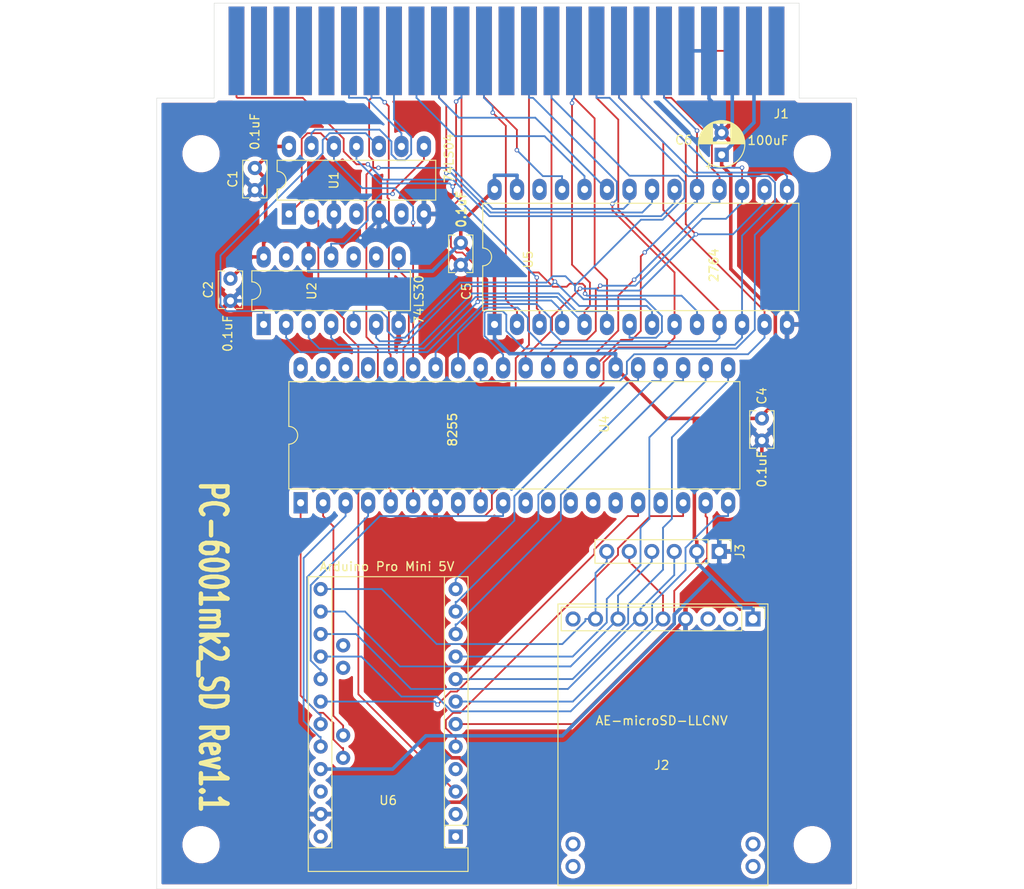
<source format=kicad_pcb>
(kicad_pcb (version 20171130) (host pcbnew "(5.1.9)-1")
  (layers (0 F.Cu signal) (31 B.Cu signal) (34 B.Paste user) (35 F.Paste user) (36 B.SilkS user hide) (37 F.SilkS user) (38 B.Mask user) (39 F.Mask user) (44 Edge.Cuts user))
  (net 0 "")
  (net 1 +5V)
  (net 2 GND)
  (net 3 /D0)
  (net 4 /D1)
  (net 5 /D2)
  (net 6 /D3)
  (net 7 /D4)
  (net 8 /D5)
  (net 9 /D6)
  (net 10 /D7)
  (net 11 /A0)
  (net 12 /A8)
  (net 13 /A1)
  (net 14 /A9)
  (net 15 /A2)
  (net 16 /A10)
  (net 17 /A3)
  (net 18 /A11)
  (net 19 /A4)
  (net 20 /A12)
  (net 21 /A5)
  (net 22 /A6)
  (net 23 /A7)
  (net 24 /~RD)
  (net 25 /~RESET)
  (net 26 /~WR)
  (net 27 "Net-(U1-Pad8)")
  (net 28 "Net-(U2-Pad8)")
  (net 29 "Net-(U4-Pad1)")
  (net 30 "Net-(U4-Pad21)")
  (net 31 "Net-(U4-Pad2)")
  (net 32 "Net-(U4-Pad22)")
  (net 33 "Net-(U4-Pad3)")
  (net 34 "Net-(U4-Pad23)")
  (net 35 "Net-(U4-Pad4)")
  (net 36 "Net-(U4-Pad24)")
  (net 37 "Net-(U4-Pad25)")
  (net 38 "Net-(U4-Pad10)")
  (net 39 "Net-(U4-Pad16)")
  (net 40 "Net-(U4-Pad18)")
  (net 41 "Net-(U4-Pad19)")
  (net 42 "Net-(U4-Pad20)")
  (net 43 /~IORQ)
  (net 44 /MSW1)
  (net 45 "Net-(U1-Pad10)")
  (net 46 /SCK)
  (net 47 /MISO)
  (net 48 /MOSI)
  (net 49 /CS)
  (net 50 /~CS3)
  (net 51 "Net-(U1-Pad1)")
  (net 52 "Net-(U1-Pad2)")
  (module Capacitor_THT:C_Rect_L4.0mm_W2.5mm_P2.50mm (layer F.Cu) (at 155.94 101.82 270)
    (fp_text reference C4 (at -2.54 0 90 unlocked) (layer F.SilkS))
    (fp_text value 0.1uF (at 5.715 0 90 unlocked) (layer F.SilkS))
    (pad 1 thru_hole circle (at 0 0 270) (size 1.6 1.6) (drill 0.8) (layers *.Cu *.Mask) (net 1 +5V))
    (pad 2 thru_hole circle (at 2.5 0 270) (size 1.6 1.6) (drill 0.8) (layers *.Cu *.Mask) (net 2 GND))
  )
  (module Package_DIP:DIP-28_W15.24mm_LongPads (layer F.Cu) (at 125.76 91.21 90)
    (fp_text reference U5 hide)
    (fp_text value 2764 (at 6.685 24.765 90 unlocked) (layer F.SilkS))
    (fp_text user %R (at 7.32 3.81 90 unlocked) (layer F.SilkS))
    (pad 1 thru_hole rect (at 0 0 90) (size 2.4 1.6) (drill 0.8) (layers *.Cu *.Mask) (net 1 +5V))
    (pad 15 thru_hole oval (at 15.24 33.02 90) (size 2.4 1.6) (drill 0.8) (layers *.Cu *.Mask) (net 6 /D3))
    (pad 2 thru_hole oval (at 0 2.54 90) (size 2.4 1.6) (drill 0.8) (layers *.Cu *.Mask) (net 20 /A12))
    (pad 16 thru_hole oval (at 15.24 30.48 90) (size 2.4 1.6) (drill 0.8) (layers *.Cu *.Mask) (net 7 /D4))
    (pad 3 thru_hole oval (at 0 5.08 90) (size 2.4 1.6) (drill 0.8) (layers *.Cu *.Mask) (net 23 /A7))
    (pad 17 thru_hole oval (at 15.24 27.94 90) (size 2.4 1.6) (drill 0.8) (layers *.Cu *.Mask) (net 8 /D5))
    (pad 4 thru_hole oval (at 0 7.62 90) (size 2.4 1.6) (drill 0.8) (layers *.Cu *.Mask) (net 22 /A6))
    (pad 18 thru_hole oval (at 15.24 25.4 90) (size 2.4 1.6) (drill 0.8) (layers *.Cu *.Mask) (net 9 /D6))
    (pad 5 thru_hole oval (at 0 10.16 90) (size 2.4 1.6) (drill 0.8) (layers *.Cu *.Mask) (net 21 /A5))
    (pad 19 thru_hole oval (at 15.24 22.86 90) (size 2.4 1.6) (drill 0.8) (layers *.Cu *.Mask) (net 10 /D7))
    (pad 6 thru_hole oval (at 0 12.7 90) (size 2.4 1.6) (drill 0.8) (layers *.Cu *.Mask) (net 19 /A4))
    (pad 20 thru_hole oval (at 15.24 20.32 90) (size 2.4 1.6) (drill 0.8) (layers *.Cu *.Mask) (net 50 /~CS3))
    (pad 7 thru_hole oval (at 0 15.24 90) (size 2.4 1.6) (drill 0.8) (layers *.Cu *.Mask) (net 17 /A3))
    (pad 21 thru_hole oval (at 15.24 17.78 90) (size 2.4 1.6) (drill 0.8) (layers *.Cu *.Mask) (net 16 /A10))
    (pad 8 thru_hole oval (at 0 17.78 90) (size 2.4 1.6) (drill 0.8) (layers *.Cu *.Mask) (net 15 /A2))
    (pad 22 thru_hole oval (at 15.24 15.24 90) (size 2.4 1.6) (drill 0.8) (layers *.Cu *.Mask) (net 24 /~RD))
    (pad 9 thru_hole oval (at 0 20.32 90) (size 2.4 1.6) (drill 0.8) (layers *.Cu *.Mask) (net 13 /A1))
    (pad 23 thru_hole oval (at 15.24 12.7 90) (size 2.4 1.6) (drill 0.8) (layers *.Cu *.Mask) (net 18 /A11))
    (pad 10 thru_hole oval (at 0 22.86 90) (size 2.4 1.6) (drill 0.8) (layers *.Cu *.Mask) (net 11 /A0))
    (pad 24 thru_hole oval (at 15.24 10.16 90) (size 2.4 1.6) (drill 0.8) (layers *.Cu *.Mask) (net 14 /A9))
    (pad 11 thru_hole oval (at 0 25.4 90) (size 2.4 1.6) (drill 0.8) (layers *.Cu *.Mask) (net 3 /D0))
    (pad 25 thru_hole oval (at 15.24 7.62 90) (size 2.4 1.6) (drill 0.8) (layers *.Cu *.Mask) (net 12 /A8))
    (pad 12 thru_hole oval (at 0 27.94 90) (size 2.4 1.6) (drill 0.8) (layers *.Cu *.Mask) (net 4 /D1))
    (pad 26 thru_hole oval (at 15.24 5.08 90) (size 2.4 1.6) (drill 0.8) (layers *.Cu *.Mask))
    (pad 13 thru_hole oval (at 0 30.48 90) (size 2.4 1.6) (drill 0.8) (layers *.Cu *.Mask) (net 5 /D2))
    (pad 27 thru_hole oval (at 15.24 2.54 90) (size 2.4 1.6) (drill 0.8) (layers *.Cu *.Mask) (net 1 +5V))
    (pad 14 thru_hole oval (at 0 33.02 90) (size 2.4 1.6) (drill 0.8) (layers *.Cu *.Mask) (net 2 GND))
    (pad 28 thru_hole oval (at 15.24 0 90) (size 2.4 1.6) (drill 0.8) (layers *.Cu *.Mask) (net 1 +5V))
  )
  (module Package_DIP:DIP-40_W15.24mm_LongPads (layer F.Cu) (at 103.87 111.345 90)
    (fp_text reference U4 (at 8.89 34.29 90 unlocked) (layer F.SilkS))
    (fp_text value 8255 (at 8.255 17.145 90 unlocked) (layer F.SilkS))
    (pad 1 thru_hole rect (at 0 0 90) (size 2.4 1.6) (drill 0.8) (layers *.Cu *.Mask) (net 29 "Net-(U4-Pad1)"))
    (pad 21 thru_hole oval (at 15.24 48.26 90) (size 2.4 1.6) (drill 0.8) (layers *.Cu *.Mask) (net 30 "Net-(U4-Pad21)"))
    (pad 2 thru_hole oval (at 0 2.54 90) (size 2.4 1.6) (drill 0.8) (layers *.Cu *.Mask) (net 31 "Net-(U4-Pad2)"))
    (pad 22 thru_hole oval (at 15.24 45.72 90) (size 2.4 1.6) (drill 0.8) (layers *.Cu *.Mask) (net 32 "Net-(U4-Pad22)"))
    (pad 3 thru_hole oval (at 0 5.08 90) (size 2.4 1.6) (drill 0.8) (layers *.Cu *.Mask) (net 33 "Net-(U4-Pad3)"))
    (pad 23 thru_hole oval (at 15.24 43.18 90) (size 2.4 1.6) (drill 0.8) (layers *.Cu *.Mask) (net 34 "Net-(U4-Pad23)"))
    (pad 4 thru_hole oval (at 0 7.62 90) (size 2.4 1.6) (drill 0.8) (layers *.Cu *.Mask) (net 35 "Net-(U4-Pad4)"))
    (pad 24 thru_hole oval (at 15.24 40.64 90) (size 2.4 1.6) (drill 0.8) (layers *.Cu *.Mask) (net 36 "Net-(U4-Pad24)"))
    (pad 5 thru_hole oval (at 0 10.16 90) (size 2.4 1.6) (drill 0.8) (layers *.Cu *.Mask) (net 24 /~RD))
    (pad 25 thru_hole oval (at 15.24 38.1 90) (size 2.4 1.6) (drill 0.8) (layers *.Cu *.Mask) (net 37 "Net-(U4-Pad25)"))
    (pad 6 thru_hole oval (at 0 12.7 90) (size 2.4 1.6) (drill 0.8) (layers *.Cu *.Mask) (net 28 "Net-(U2-Pad8)"))
    (pad 26 thru_hole oval (at 15.24 35.56 90) (size 2.4 1.6) (drill 0.8) (layers *.Cu *.Mask) (net 1 +5V))
    (pad 7 thru_hole oval (at 0 15.24 90) (size 2.4 1.6) (drill 0.8) (layers *.Cu *.Mask) (net 2 GND))
    (pad 27 thru_hole oval (at 15.24 33.02 90) (size 2.4 1.6) (drill 0.8) (layers *.Cu *.Mask) (net 10 /D7))
    (pad 8 thru_hole oval (at 0 17.78 90) (size 2.4 1.6) (drill 0.8) (layers *.Cu *.Mask) (net 13 /A1))
    (pad 28 thru_hole oval (at 15.24 30.48 90) (size 2.4 1.6) (drill 0.8) (layers *.Cu *.Mask) (net 9 /D6))
    (pad 9 thru_hole oval (at 0 20.32 90) (size 2.4 1.6) (drill 0.8) (layers *.Cu *.Mask) (net 11 /A0))
    (pad 29 thru_hole oval (at 15.24 27.94 90) (size 2.4 1.6) (drill 0.8) (layers *.Cu *.Mask) (net 8 /D5))
    (pad 10 thru_hole oval (at 0 22.86 90) (size 2.4 1.6) (drill 0.8) (layers *.Cu *.Mask) (net 38 "Net-(U4-Pad10)"))
    (pad 30 thru_hole oval (at 15.24 25.4 90) (size 2.4 1.6) (drill 0.8) (layers *.Cu *.Mask) (net 7 /D4))
    (pad 11 thru_hole oval (at 0 25.4 90) (size 2.4 1.6) (drill 0.8) (layers *.Cu *.Mask))
    (pad 31 thru_hole oval (at 15.24 22.86 90) (size 2.4 1.6) (drill 0.8) (layers *.Cu *.Mask) (net 6 /D3))
    (pad 12 thru_hole oval (at 0 27.94 90) (size 2.4 1.6) (drill 0.8) (layers *.Cu *.Mask))
    (pad 32 thru_hole oval (at 15.24 20.32 90) (size 2.4 1.6) (drill 0.8) (layers *.Cu *.Mask) (net 5 /D2))
    (pad 13 thru_hole oval (at 0 30.48 90) (size 2.4 1.6) (drill 0.8) (layers *.Cu *.Mask))
    (pad 33 thru_hole oval (at 15.24 17.78 90) (size 2.4 1.6) (drill 0.8) (layers *.Cu *.Mask) (net 4 /D1))
    (pad 14 thru_hole oval (at 0 33.02 90) (size 2.4 1.6) (drill 0.8) (layers *.Cu *.Mask))
    (pad 34 thru_hole oval (at 15.24 15.24 90) (size 2.4 1.6) (drill 0.8) (layers *.Cu *.Mask) (net 3 /D0))
    (pad 15 thru_hole oval (at 0 35.56 90) (size 2.4 1.6) (drill 0.8) (layers *.Cu *.Mask))
    (pad 35 thru_hole oval (at 15.24 12.7 90) (size 2.4 1.6) (drill 0.8) (layers *.Cu *.Mask) (net 51 "Net-(U1-Pad1)"))
    (pad 16 thru_hole oval (at 0 38.1 90) (size 2.4 1.6) (drill 0.8) (layers *.Cu *.Mask) (net 39 "Net-(U4-Pad16)"))
    (pad 36 thru_hole oval (at 15.24 10.16 90) (size 2.4 1.6) (drill 0.8) (layers *.Cu *.Mask) (net 26 /~WR))
    (pad 17 thru_hole oval (at 0 40.64 90) (size 2.4 1.6) (drill 0.8) (layers *.Cu *.Mask))
    (pad 37 thru_hole oval (at 15.24 7.62 90) (size 2.4 1.6) (drill 0.8) (layers *.Cu *.Mask))
    (pad 18 thru_hole oval (at 0 43.18 90) (size 2.4 1.6) (drill 0.8) (layers *.Cu *.Mask) (net 40 "Net-(U4-Pad18)"))
    (pad 38 thru_hole oval (at 15.24 5.08 90) (size 2.4 1.6) (drill 0.8) (layers *.Cu *.Mask))
    (pad 19 thru_hole oval (at 0 45.72 90) (size 2.4 1.6) (drill 0.8) (layers *.Cu *.Mask) (net 41 "Net-(U4-Pad19)"))
    (pad 39 thru_hole oval (at 15.24 2.54 90) (size 2.4 1.6) (drill 0.8) (layers *.Cu *.Mask))
    (pad 20 thru_hole oval (at 0 48.26 90) (size 2.4 1.6) (drill 0.8) (layers *.Cu *.Mask) (net 42 "Net-(U4-Pad20)"))
    (pad 40 thru_hole oval (at 15.24 0 90) (size 2.4 1.6) (drill 0.8) (layers *.Cu *.Mask))
  )
  (module Capacitor_THT:C_Rect_L4.0mm_W2.5mm_P2.50mm (layer F.Cu) (at 121.95 81.985 270)
    (fp_text reference C5 (at 5.49 -0.635 90 unlocked) (layer F.SilkS))
    (fp_text value 0.1uF (at -3.77 -0.11 90 unlocked) (layer F.SilkS))
    (pad 1 thru_hole circle (at 0 0 270) (size 1.6 1.6) (drill 0.8) (layers *.Cu *.Mask) (net 1 +5V))
    (pad 2 thru_hole circle (at 2.5 0 270) (size 1.6 1.6) (drill 0.8) (layers *.Cu *.Mask) (net 2 GND))
  )
  (module MountingHole:MountingHole_3.2mm_M3 (layer F.Cu) (at 92.63 71.94)
    (fp_text reference MH4 hide)
    (fp_text value MountingHole_3.2mm_M3 hide)
    (pad 1 np_thru_hole circle (at 0 0) (size 3.2 3.2) (drill 3.2) (layers *.Cu *.Mask))
  )
  (module MountingHole:MountingHole_3.2mm_M3 (layer F.Cu) (at 161.63 71.94)
    (fp_text reference MH3 hide)
    (fp_text value MountingHole_3.2mm_M3 hide)
    (pad 1 np_thru_hole circle (at 0 0) (size 3.2 3.2) (drill 3.2) (layers *.Cu *.Mask))
  )
  (module MountingHole:MountingHole_3.2mm_M3 (layer F.Cu) (at 161.63 149.94)
    (fp_text reference MH2 hide)
    (fp_text value MountingHole_3.2mm_M3 hide)
    (pad 1 np_thru_hole circle (at 0 0) (size 3.2 3.2) (drill 3.2) (layers *.Cu *.Mask))
  )
  (module MountingHole:MountingHole_3.2mm_M3 (layer F.Cu) (at 92.63 149.94)
    (fp_text reference MH1 hide)
    (fp_text value MountingHole_3.2mm_M3 hide)
    (pad 1 np_thru_hole circle (at 0 0) (size 3.2 3.2) (drill 3.2) (layers *.Cu *.Mask))
  )
  (module Capacitor_THT:CP_Radial_D5.0mm_P2.50mm (layer F.Cu) (at 151.4 72.07 90)
    (fp_text reference C6 (at 1.67 -4.28) (layer F.SilkS))
    (fp_text value 100uF)
    (pad 1 thru_hole rect (at 0 0 90) (size 1.6 1.6) (drill 0.8) (layers *.Cu *.Mask) (net 1 +5V))
    (pad 2 thru_hole circle (at 2.5 0 90) (size 1.6 1.6) (drill 0.8) (layers *.Cu *.Mask) (net 2 GND))
  )
  (module Capacitor_THT:C_Rect_L4.0mm_W2.5mm_P2.50mm (layer F.Cu) (at 98.705 76.05 90)
    (fp_text reference C1 (at 1.25 -2.5 90 unlocked) (layer F.SilkS))
    (fp_text value 0.1uF)
    (pad 1 thru_hole circle (at 0 0 90) (size 1.6 1.6) (drill 0.8) (layers *.Cu *.Mask) (net 2 GND))
    (pad 2 thru_hole circle (at 2.5 0 90) (size 1.6 1.6) (drill 0.8) (layers *.Cu *.Mask) (net 1 +5V))
  )
  (module Capacitor_THT:C_Rect_L4.0mm_W2.5mm_P2.50mm (layer F.Cu) (at 95.949 88.543 90)
    (fp_text reference C2 (at 1.25 -2.5 90 unlocked) (layer F.SilkS))
    (fp_text value 0.1uF)
    (pad 2 thru_hole circle (at 2.5 0 90) (size 1.6 1.6) (drill 0.8) (layers *.Cu *.Mask) (net 1 +5V))
    (pad 1 thru_hole circle (at 0 0 90) (size 1.6 1.6) (drill 0.8) (layers *.Cu *.Mask) (net 2 GND))
  )
  (module Package_DIP:DIP-14_W7.62mm_LongPads (layer F.Cu) (at 99.695 91.21 90)
    (fp_text reference U2 (at 3.77 5.435 90 unlocked) (layer F.SilkS))
    (fp_text value 74LS30)
    (pad 1 thru_hole rect (at 0 0 90) (size 2.4 1.6) (drill 0.8) (layers *.Cu *.Mask) (net 45 "Net-(U1-Pad10)"))
    (pad 8 thru_hole oval (at 7.62 15.24 90) (size 2.4 1.6) (drill 0.8) (layers *.Cu *.Mask) (net 28 "Net-(U2-Pad8)"))
    (pad 2 thru_hole oval (at 0 2.54 90) (size 2.4 1.6) (drill 0.8) (layers *.Cu *.Mask) (net 22 /A6))
    (pad 9 thru_hole oval (at 7.62 12.7 90) (size 2.4 1.6) (drill 0.8) (layers *.Cu *.Mask))
    (pad 3 thru_hole oval (at 0 5.08 90) (size 2.4 1.6) (drill 0.8) (layers *.Cu *.Mask) (net 21 /A5))
    (pad 10 thru_hole oval (at 7.62 10.16 90) (size 2.4 1.6) (drill 0.8) (layers *.Cu *.Mask))
    (pad 4 thru_hole oval (at 0 7.62 90) (size 2.4 1.6) (drill 0.8) (layers *.Cu *.Mask) (net 19 /A4))
    (pad 11 thru_hole oval (at 7.62 7.62 90) (size 2.4 1.6) (drill 0.8) (layers *.Cu *.Mask) (net 27 "Net-(U1-Pad8)"))
    (pad 5 thru_hole oval (at 0 10.16 90) (size 2.4 1.6) (drill 0.8) (layers *.Cu *.Mask) (net 17 /A3))
    (pad 12 thru_hole oval (at 7.62 5.08 90) (size 2.4 1.6) (drill 0.8) (layers *.Cu *.Mask) (net 1 +5V))
    (pad 6 thru_hole oval (at 0 12.7 90) (size 2.4 1.6) (drill 0.8) (layers *.Cu *.Mask) (net 15 /A2))
    (pad 13 thru_hole oval (at 7.62 2.54 90) (size 2.4 1.6) (drill 0.8) (layers *.Cu *.Mask))
    (pad 7 thru_hole oval (at 0 15.24 90) (size 2.4 1.6) (drill 0.8) (layers *.Cu *.Mask) (net 2 GND))
    (pad 14 thru_hole oval (at 7.62 0 90) (size 2.4 1.6) (drill 0.8) (layers *.Cu *.Mask) (net 1 +5V))
  )
  (module Kicad:AE-microSD-LLCNV (layer F.Cu) (at 134.62 124.46 90)
    (fp_text reference J2 (at -16.51 10.01) (layer F.SilkS))
    (fp_text value Micro_SD_Card_Kit hide)
    (fp_text user AE-microSD-LLCNV (at -11.48 10.01) (layer F.SilkS))
    (pad 1 thru_hole rect (at 0 20.32 270) (size 1.7 1.7) (drill 1) (layers *.Cu *.Mask) (net 1 +5V))
    (pad 2 thru_hole oval (at 0 17.78 270) (size 1.7 1.7) (drill 1) (layers *.Cu *.Mask))
    (pad 3 thru_hole oval (at 0 15.24 270) (size 1.7 1.7) (drill 1) (layers *.Cu *.Mask))
    (pad 4 thru_hole oval (at 0 12.7 270) (size 1.7 1.7) (drill 1) (layers *.Cu *.Mask) (net 2 GND))
    (pad 5 thru_hole oval (at 0 10.16 270) (size 1.7 1.7) (drill 1) (layers *.Cu *.Mask) (net 46 /SCK))
    (pad 6 thru_hole oval (at 0 7.62 270) (size 1.7 1.7) (drill 1) (layers *.Cu *.Mask) (net 47 /MISO))
    (pad 7 thru_hole oval (at 0 5.08 270) (size 1.7 1.7) (drill 1) (layers *.Cu *.Mask) (net 48 /MOSI))
    (pad 8 thru_hole oval (at 0 2.54 270) (size 1.7 1.7) (drill 1) (layers *.Cu *.Mask) (net 49 /CS))
    (pad 9 thru_hole oval (at 0 0 270) (size 1.7 1.7) (drill 1) (layers *.Cu *.Mask))
    (pad "" thru_hole oval (at -27.94 0 90) (size 1.7 1.7) (drill 1) (layers *.Cu *.Mask))
    (pad "" thru_hole oval (at -25.4 0 90) (size 1.7 1.7) (drill 1) (layers *.Cu *.Mask))
    (pad "" thru_hole oval (at -27.94 20.32 90) (size 1.7 1.7) (drill 1) (layers *.Cu *.Mask))
    (pad "" thru_hole oval (at -25.4 20.32 90) (size 1.7 1.7) (drill 1) (layers *.Cu *.Mask))
  )
  (module Kicad:Arduino_Pro_Mini (layer F.Cu) (at 121.372 149.022 180)
    (fp_text reference U6 (at 7.62 4.0815 180) (layer F.SilkS))
    (fp_text value Arduino_Pro_Mini_5V)
    (pad 1 thru_hole rect (at 0 0 180) (size 1.6 1.6) (drill 0.8) (layers *.Cu *.Mask))
    (pad 2 thru_hole oval (at 0 2.54 180) (size 1.6 1.6) (drill 0.8) (layers *.Cu *.Mask))
    (pad 3 thru_hole oval (at 0 5.08 180) (size 1.6 1.6) (drill 0.8) (layers *.Cu *.Mask) (net 52 "Net-(U1-Pad2)"))
    (pad 13 thru_hole oval (at 15.24 27.94 180) (size 1.6 1.6) (drill 0.8) (layers *.Cu *.Mask) (net 49 /CS))
    (pad 4 thru_hole oval (at 0 7.62 180) (size 1.6 1.6) (drill 0.8) (layers *.Cu *.Mask))
    (pad 14 thru_hole oval (at 15.24 25.4 180) (size 1.6 1.6) (drill 0.8) (layers *.Cu *.Mask) (net 48 /MOSI))
    (pad 5 thru_hole oval (at 0 10.16 180) (size 1.6 1.6) (drill 0.8) (layers *.Cu *.Mask) (net 40 "Net-(U4-Pad18)"))
    (pad 15 thru_hole oval (at 15.24 22.86 180) (size 1.6 1.6) (drill 0.8) (layers *.Cu *.Mask) (net 47 /MISO))
    (pad 6 thru_hole oval (at 0 12.7 180) (size 1.6 1.6) (drill 0.8) (layers *.Cu *.Mask) (net 41 "Net-(U4-Pad19)"))
    (pad 16 thru_hole oval (at 15.24 20.32 180) (size 1.6 1.6) (drill 0.8) (layers *.Cu *.Mask) (net 46 /SCK))
    (pad 7 thru_hole oval (at 0 15.24 180) (size 1.6 1.6) (drill 0.8) (layers *.Cu *.Mask) (net 42 "Net-(U4-Pad20)"))
    (pad 17 thru_hole oval (at 15.24 17.78 180) (size 1.6 1.6) (drill 0.8) (layers *.Cu *.Mask) (net 38 "Net-(U4-Pad10)"))
    (pad 8 thru_hole oval (at 0 17.78 180) (size 1.6 1.6) (drill 0.8) (layers *.Cu *.Mask) (net 30 "Net-(U4-Pad21)"))
    (pad 18 thru_hole oval (at 15.24 15.24 180) (size 1.6 1.6) (drill 0.8) (layers *.Cu *.Mask) (net 39 "Net-(U4-Pad16)"))
    (pad 9 thru_hole oval (at 0 20.32 180) (size 1.6 1.6) (drill 0.8) (layers *.Cu *.Mask) (net 32 "Net-(U4-Pad22)"))
    (pad 19 thru_hole oval (at 15.24 12.7 180) (size 1.6 1.6) (drill 0.8) (layers *.Cu *.Mask) (net 35 "Net-(U4-Pad4)"))
    (pad 10 thru_hole oval (at 0 22.86 180) (size 1.6 1.6) (drill 0.8) (layers *.Cu *.Mask) (net 34 "Net-(U4-Pad23)"))
    (pad 20 thru_hole oval (at 15.24 10.16 180) (size 1.6 1.6) (drill 0.8) (layers *.Cu *.Mask) (net 33 "Net-(U4-Pad3)"))
    (pad 11 thru_hole oval (at 0 25.4 180) (size 1.6 1.6) (drill 0.8) (layers *.Cu *.Mask) (net 36 "Net-(U4-Pad24)"))
    (pad 21 thru_hole oval (at 15.24 7.62 180) (size 1.6 1.6) (drill 0.8) (layers *.Cu *.Mask) (net 1 +5V))
    (pad 12 thru_hole oval (at 0 27.94 180) (size 1.6 1.6) (drill 0.8) (layers *.Cu *.Mask) (net 37 "Net-(U4-Pad25)"))
    (pad 22 thru_hole oval (at 15.24 5.08 180) (size 1.6 1.6) (drill 0.8) (layers *.Cu *.Mask))
    (pad 23 thru_hole oval (at 15.24 2.54 180) (size 1.6 1.6) (drill 0.8) (layers *.Cu *.Mask) (net 2 GND))
    (pad 24 thru_hole oval (at 15.24 0 180) (size 1.6 1.6) (drill 0.8) (layers *.Cu *.Mask))
    (pad A5 thru_hole oval (at 12.7 8.89 180) (size 1.6 1.6) (drill 0.8) (layers *.Cu *.Mask) (net 29 "Net-(U4-Pad1)"))
    (pad A4 thru_hole oval (at 12.7 11.43 180) (size 1.6 1.6) (drill 0.8) (layers *.Cu *.Mask) (net 31 "Net-(U4-Pad2)"))
    (pad A7 thru_hole oval (at 12.7 19.05 180) (size 1.6 1.6) (drill 0.8) (layers *.Cu *.Mask))
    (pad A6 thru_hole oval (at 12.7 21.59 180) (size 1.6 1.6) (drill 0.8) (layers *.Cu *.Mask))
  )
  (module Package_DIP:DIP-14_W7.62mm_LongPads (layer F.Cu) (at 102.552 78.74 90)
    (fp_text reference U1 (at 3.8 5.0775 90) (layer F.SilkS))
    (fp_text value 74LS04)
    (pad 14 thru_hole oval (at 7.62 0 90) (size 2.4 1.6) (drill 0.8) (layers *.Cu *.Mask) (net 1 +5V))
    (pad 7 thru_hole oval (at 0 15.24 90) (size 2.4 1.6) (drill 0.8) (layers *.Cu *.Mask) (net 2 GND))
    (pad 13 thru_hole oval (at 7.62 2.54 90) (size 2.4 1.6) (drill 0.8) (layers *.Cu *.Mask) (net 25 /~RESET))
    (pad 6 thru_hole oval (at 0 12.7 90) (size 2.4 1.6) (drill 0.8) (layers *.Cu *.Mask))
    (pad 12 thru_hole oval (at 7.62 5.08 90) (size 2.4 1.6) (drill 0.8) (layers *.Cu *.Mask) (net 51 "Net-(U1-Pad1)"))
    (pad 5 thru_hole oval (at 0 10.16 90) (size 2.4 1.6) (drill 0.8) (layers *.Cu *.Mask) (net 2 GND))
    (pad 11 thru_hole oval (at 7.62 7.62 90) (size 2.4 1.6) (drill 0.8) (layers *.Cu *.Mask) (net 23 /A7))
    (pad 4 thru_hole oval (at 0 7.62 90) (size 2.4 1.6) (drill 0.8) (layers *.Cu *.Mask))
    (pad 10 thru_hole oval (at 7.62 10.16 90) (size 2.4 1.6) (drill 0.8) (layers *.Cu *.Mask) (net 45 "Net-(U1-Pad10)"))
    (pad 3 thru_hole oval (at 0 5.08 90) (size 2.4 1.6) (drill 0.8) (layers *.Cu *.Mask) (net 2 GND))
    (pad 9 thru_hole oval (at 7.62 12.7 90) (size 2.4 1.6) (drill 0.8) (layers *.Cu *.Mask) (net 43 /~IORQ))
    (pad 2 thru_hole oval (at 0 2.54 90) (size 2.4 1.6) (drill 0.8) (layers *.Cu *.Mask) (net 52 "Net-(U1-Pad2)"))
    (pad 8 thru_hole oval (at 7.62 15.24 90) (size 2.4 1.6) (drill 0.8) (layers *.Cu *.Mask) (net 27 "Net-(U1-Pad8)"))
    (pad 1 thru_hole rect (at 0 0 90) (size 2.4 1.6) (drill 0.8) (layers *.Cu *.Mask) (net 51 "Net-(U1-Pad1)"))
  )
  (module PC-6001:BUS_50Pin (layer F.Cu) (at 172.83 61.595)
    (fp_text reference J1 (at -14.7 5.845) (layer F.SilkS))
    (fp_text value "PC-8001 BUS")
    (pad 2 connect rect (at -76.2 -1.27) (size 1.78 10) (layers F.Cu F.Mask) (net 50 /~CS3))
    (pad 4 connect rect (at -73.66 -1.27) (size 1.78 10) (layers F.Cu F.Mask))
    (pad 6 connect rect (at -71.12 -1.27) (size 1.78 10) (layers F.Cu F.Mask))
    (pad 8 connect rect (at -68.58 -1.27) (size 1.78 10) (layers F.Cu F.Mask))
    (pad 10 connect rect (at -66.04 -1.27) (size 1.78 10) (layers F.Cu F.Mask))
    (pad 12 connect rect (at -63.5 -1.27) (size 1.78 10) (layers F.Cu F.Mask))
    (pad 14 connect rect (at -60.96 -1.27) (size 1.78 10) (layers F.Cu F.Mask) (net 24 /~RD))
    (pad 16 connect rect (at -58.42 -1.27) (size 1.78 10) (layers F.Cu F.Mask))
    (pad 18 connect rect (at -55.88 -1.27) (size 1.78 10) (layers F.Cu F.Mask))
    (pad 20 connect rect (at -53.34 -1.27) (size 1.78 10) (layers F.Cu F.Mask) (net 16 /A10))
    (pad 22 connect rect (at -50.8 -1.27) (size 1.78 10) (layers F.Cu F.Mask) (net 22 /A6))
    (pad 24 connect rect (at -48.26 -1.27) (size 1.78 10) (layers F.Cu F.Mask) (net 12 /A8))
    (pad 26 connect rect (at -45.72 -1.27) (size 1.78 10) (layers F.Cu F.Mask))
    (pad 28 connect rect (at -43.18 -1.27) (size 1.78 10) (layers F.Cu F.Mask) (net 11 /A0))
    (pad 30 connect rect (at -40.64 -1.27) (size 1.78 10) (layers F.Cu F.Mask) (net 15 /A2))
    (pad 32 connect rect (at -38.1 -1.27) (size 1.78 10) (layers F.Cu F.Mask) (net 19 /A4))
    (pad 34 connect rect (at -35.56 -1.27) (size 1.78 10) (layers F.Cu F.Mask) (net 3 /D0))
    (pad 36 connect rect (at -33.02 -1.27) (size 1.78 10) (layers F.Cu F.Mask) (net 5 /D2))
    (pad 38 connect rect (at -30.48 -1.27) (size 1.78 10) (layers F.Cu F.Mask) (net 7 /D4))
    (pad 40 connect rect (at -27.94 -1.27) (size 1.78 10) (layers F.Cu F.Mask) (net 9 /D6))
    (pad 42 connect rect (at -25.4 -1.27) (size 1.78 10) (layers F.Cu F.Mask))
    (pad 44 connect rect (at -22.86 -1.27) (size 1.78 10) (layers F.Cu F.Mask) (net 44 /MSW1))
    (pad 1 connect rect (at -76.2 -1.27) (size 1.78 10) (layers B.Cu B.Mask))
    (pad 3 connect rect (at -73.66 -1.27) (size 1.78 10) (layers B.Cu B.Mask))
    (pad 5 connect rect (at -71.12 -1.27) (size 1.78 10) (layers B.Cu B.Mask))
    (pad 7 connect rect (at -68.58 -1.27) (size 1.78 10) (layers B.Cu B.Mask))
    (pad 9 connect rect (at -66.04 -1.27) (size 1.78 10) (layers B.Cu B.Mask))
    (pad 11 connect rect (at -63.5 -1.27) (size 1.78 10) (layers B.Cu B.Mask) (net 43 /~IORQ))
    (pad 13 connect rect (at -60.96 -1.27) (size 1.78 10) (layers B.Cu B.Mask) (net 26 /~WR))
    (pad 15 connect rect (at -58.42 -1.27) (size 1.78 10) (layers B.Cu B.Mask) (net 25 /~RESET))
    (pad 17 connect rect (at -55.88 -1.27) (size 1.78 10) (layers B.Cu B.Mask) (net 14 /A9))
    (pad 19 connect rect (at -53.34 -1.27) (size 1.78 10) (layers B.Cu B.Mask) (net 18 /A11))
    (pad 21 connect rect (at -50.8 -1.27) (size 1.78 10) (layers B.Cu B.Mask) (net 23 /A7))
    (pad 23 connect rect (at -48.26 -1.27) (size 1.78 10) (layers B.Cu B.Mask) (net 20 /A12))
    (pad 25 connect rect (at -45.72 -1.27) (size 1.78 10) (layers B.Cu B.Mask))
    (pad 27 connect rect (at -43.18 -1.27) (size 1.78 10) (layers B.Cu B.Mask) (net 13 /A1))
    (pad 29 connect rect (at -40.64 -1.27) (size 1.78 10) (layers B.Cu B.Mask) (net 17 /A3))
    (pad 31 connect rect (at -38.1 -1.27) (size 1.78 10) (layers B.Cu B.Mask) (net 21 /A5))
    (pad 33 connect rect (at -35.56 -1.27) (size 1.78 10) (layers B.Cu B.Mask) (net 4 /D1))
    (pad 35 connect rect (at -33.02 -1.27) (size 1.78 10) (layers B.Cu B.Mask) (net 6 /D3))
    (pad 37 connect rect (at -30.48 -1.27) (size 1.78 10) (layers B.Cu B.Mask) (net 8 /D5))
    (pad 39 connect rect (at -27.94 -1.27) (size 1.78 10) (layers B.Cu B.Mask) (net 10 /D7))
    (pad 41 connect rect (at -25.4 -1.27) (size 1.78 10) (layers B.Cu B.Mask) (net 2 GND))
    (pad 43 connect rect (at -22.86 -1.27) (size 1.78 10) (layers B.Cu B.Mask) (net 2 GND))
    (pad 46 connect rect (at -20.32 -1.27) (size 1.78 10) (layers F.Cu F.Mask) (net 44 /MSW1))
    (pad 48 connect rect (at -17.78 -1.27) (size 1.78 10) (layers F.Cu F.Mask))
    (pad 50 connect rect (at -15.24 -1.27) (size 1.78 10) (layers F.Cu F.Mask))
    (pad 45 connect rect (at -20.32 -1.27) (size 1.78 10) (layers B.Cu B.Mask) (net 1 +5V))
    (pad 47 connect rect (at -17.78 -1.27) (size 1.78 10) (layers B.Cu B.Mask) (net 1 +5V))
    (pad 49 connect rect (at -15.24 -1.27) (size 1.78 10) (layers B.Cu B.Mask))
  )
  (module Connector_PinHeader_2.54mm:PinHeader_1x06_P2.54mm_Vertical (layer F.Cu) (at 151.13 116.84 270)
    (fp_text reference J3 (at 0 -2.33 90) (layer F.SilkS))
    (fp_text value "MicroSD Card Adapter")
    (pad 1 thru_hole rect (at 0 0 270) (size 1.7 1.7) (drill 1) (layers *.Cu *.Mask) (net 2 GND))
    (pad 2 thru_hole oval (at 0 2.54 270) (size 1.7 1.7) (drill 1) (layers *.Cu *.Mask) (net 1 +5V))
    (pad 3 thru_hole oval (at 0 5.08 270) (size 1.7 1.7) (drill 1) (layers *.Cu *.Mask) (net 47 /MISO))
    (pad 4 thru_hole oval (at 0 7.62 270) (size 1.7 1.7) (drill 1) (layers *.Cu *.Mask) (net 48 /MOSI))
    (pad 5 thru_hole oval (at 0 10.16 270) (size 1.7 1.7) (drill 1) (layers *.Cu *.Mask) (net 46 /SCK))
    (pad 6 thru_hole oval (at 0 12.7 270) (size 1.7 1.7) (drill 1) (layers *.Cu *.Mask) (net 49 /CS))
  )
  (gr_line (start 160.147 65.659) (end 166.624 65.659) (layer Edge.Cuts) (width 0.05))
  (gr_line (start 160.147 54.94) (end 160.147 65.659) (layer Edge.Cuts) (width 0.05))
  (gr_line (start 94.107 65.659) (end 87.63 65.659) (layer Edge.Cuts) (width 0.05))
  (gr_line (start 94.107 54.94) (end 94.107 65.659) (layer Edge.Cuts) (width 0.05))
  (gr_text 74LS04 (at 120.63 72.44 -270) (layer F.SilkS) (effects (font (size 1 1))))
  (gr_text 74LS30 (at 117.23 88.42 -270) (layer F.SilkS) (effects (font (size 1 1))))
  (gr_text 0.1uF (at 98.705 69.44 -270) (layer F.SilkS) (effects (font (size 1 1))))
  (gr_text 0.1uF (at 95.64 92.23 -270) (layer F.SilkS) (effects (font (size 1 1))))
  (gr_text 8255 (at 121.015 103.09 -270) (layer F.SilkS) (effects (font (size 1 1))))
  (gr_text 0.1uF (at 155.94 107.535 -270) (layer F.SilkS) (effects (font (size 1 1))))
  (gr_text "Arduino Pro Mini 5V" (at 113.63 118.5415) (layer F.SilkS) (effects (font (size 1 1))))
  (gr_text 0.1uF (at 121.95 78.215 -270) (layer F.SilkS) (effects (font (size 1 1))))
  (gr_text 2764 (at 150.525 84.525 -270) (layer F.SilkS) (effects (font (size 1 1))))
  (gr_text 100uF (at 156.63 70.44) (layer F.SilkS) (effects (font (size 1 1))))
  (gr_text "PC-6001mk2_SD Rev1.1" (at 93.98 127.635 -90) (layer F.SilkS) (effects (font (size 3 2) (thickness 0.5))))
  (gr_line (start 87.63 65.659) (end 87.63 154.94) (layer Edge.Cuts) (width 0.05))
  (gr_line (start 166.63 154.94) (end 166.624 65.659) (layer Edge.Cuts) (width 0.05))
  (gr_line (start 87.63 154.94) (end 166.63 154.94) (layer Edge.Cuts) (width 0.05))
  (gr_line (start 160.147 54.94) (end 94.107 54.94) (layer Edge.Cuts) (width 0.05))
  (segment (start 150.2546 119.7549) (end 153.7094 123.2097) (width 0.4) (layer B.Cu) (net 1))
  (segment (start 153.7094 123.2097) (end 154.94 123.2097) (width 0.4) (layer B.Cu) (net 1))
  (segment (start 148.59 118.0903) (end 150.2546 119.7549) (width 0.4) (layer B.Cu) (net 1))
  (segment (start 106.132 141.402) (end 114.2518 141.402) (width 0.4) (layer B.Cu) (net 1))
  (segment (start 114.2518 141.402) (end 118.0022 137.6516) (width 0.4) (layer B.Cu) (net 1))
  (segment (start 118.0022 137.6516) (end 133.4035 137.6516) (width 0.4) (layer B.Cu) (net 1))
  (segment (start 133.4035 137.6516) (end 146.05 125.0051) (width 0.4) (layer B.Cu) (net 1))
  (segment (start 146.05 125.0051) (end 146.05 123.9595) (width 0.4) (layer B.Cu) (net 1))
  (segment (start 146.05 123.9595) (end 150.2546 119.7549) (width 0.4) (layer B.Cu) (net 1))
  (segment (start 154.94 124.46) (end 154.94 123.2097) (width 0.4) (layer B.Cu) (net 1))
  (segment (start 148.59 116.84) (end 148.59 118.0903) (width 0.4) (layer B.Cu) (net 1))
  (segment (start 148.59 116.84) (end 148.59 115.5897) (width 0.4) (layer F.Cu) (net 1))
  (segment (start 148.32 101.82) (end 148.32 115.3197) (width 0.4) (layer F.Cu) (net 1))
  (segment (start 148.32 115.3197) (end 148.59 115.5897) (width 0.4) (layer F.Cu) (net 1))
  (segment (start 148.32 101.82) (end 145.145 101.82) (width 0.4) (layer F.Cu) (net 1))
  (segment (start 145.145 101.82) (end 139.43 96.105) (width 0.4) (layer F.Cu) (net 1))
  (segment (start 155.6402 101.82) (end 148.32 101.82) (width 0.4) (layer F.Cu) (net 1))
  (segment (start 128.3 75.97) (end 128.3 74.3697) (width 0.4) (layer B.Cu) (net 1))
  (segment (start 125.76 75.97) (end 125.76 74.3697) (width 0.4) (layer B.Cu) (net 1))
  (segment (start 125.76 74.3697) (end 128.3 74.3697) (width 0.4) (layer B.Cu) (net 1))
  (segment (start 104.775 83.59) (end 104.775 85.1903) (width 0.4) (layer B.Cu) (net 1))
  (segment (start 121.95 81.985) (end 118.7447 85.1903) (width 0.4) (layer B.Cu) (net 1))
  (segment (start 118.7447 85.1903) (end 104.775 85.1903) (width 0.4) (layer B.Cu) (net 1))
  (segment (start 125.76 91.21) (end 125.76 85.795) (width 0.4) (layer F.Cu) (net 1))
  (segment (start 125.76 85.795) (end 121.95 81.985) (width 0.4) (layer F.Cu) (net 1))
  (segment (start 151.4 72.07) (end 151.4 73.2703) (width 0.4) (layer F.Cu) (net 1))
  (segment (start 155.6402 101.82) (end 157.4584 100.0018) (width 0.4) (layer F.Cu) (net 1))
  (segment (start 157.4584 100.0018) (end 157.4584 89.9791) (width 0.4) (layer F.Cu) (net 1))
  (segment (start 157.4584 89.9791) (end 152.43 84.9507) (width 0.4) (layer F.Cu) (net 1))
  (segment (start 152.43 84.9507) (end 152.43 74.3003) (width 0.4) (layer F.Cu) (net 1))
  (segment (start 152.43 74.3003) (end 151.4 73.2703) (width 0.4) (layer F.Cu) (net 1))
  (segment (start 155.94 101.82) (end 155.6402 101.82) (width 0.4) (layer F.Cu) (net 1))
  (segment (start 125.76 91.21) (end 125.76 92.8103) (width 0.4) (layer B.Cu) (net 1))
  (segment (start 139.43 96.105) (end 139.43 94.5047) (width 0.4) (layer B.Cu) (net 1))
  (segment (start 139.43 94.5047) (end 127.4544 94.5047) (width 0.4) (layer B.Cu) (net 1))
  (segment (start 127.4544 94.5047) (end 125.76 92.8103) (width 0.4) (layer B.Cu) (net 1))
  (segment (start 99.9272 81.7575) (end 99.9272 74.7722) (width 0.4) (layer F.Cu) (net 1))
  (segment (start 99.9272 74.7722) (end 98.705 73.55) (width 0.4) (layer F.Cu) (net 1))
  (segment (start 99.695 81.9897) (end 99.9272 81.7575) (width 0.4) (layer F.Cu) (net 1))
  (segment (start 99.9272 81.7575) (end 104.5428 81.7575) (width 0.4) (layer F.Cu) (net 1))
  (segment (start 104.5428 81.7575) (end 104.775 81.9897) (width 0.4) (layer F.Cu) (net 1))
  (segment (start 104.775 83.59) (end 104.775 81.9897) (width 0.4) (layer F.Cu) (net 1))
  (segment (start 99.695 83.59) (end 99.695 81.9897) (width 0.4) (layer F.Cu) (net 1))
  (segment (start 99.695 83.59) (end 98.402 83.59) (width 0.4) (layer F.Cu) (net 1))
  (segment (start 98.402 83.59) (end 95.949 86.043) (width 0.4) (layer F.Cu) (net 1))
  (segment (start 102.552 71.12) (end 101.135 71.12) (width 0.4) (layer F.Cu) (net 1))
  (segment (start 101.135 71.12) (end 98.705 73.55) (width 0.4) (layer F.Cu) (net 1))
  (segment (start 121.95 81.985) (end 121.95 79.78) (width 0.4) (layer F.Cu) (net 1))
  (segment (start 121.95 79.78) (end 125.76 75.97) (width 0.4) (layer F.Cu) (net 1))
  (segment (start 151.7068 71.7632) (end 152.6 70.87) (width 0.4) (layer B.Cu) (net 1))
  (segment (start 151.4 72.07) (end 151.7068 71.7632) (width 0.4) (layer B.Cu) (net 1))
  (segment (start 151.7068 71.7632) (end 152.6 70.87) (width 0.4) (layer B.Cu) (net 1))
  (segment (start 151.4 72.07) (end 151.7068 71.7632) (width 0.4) (layer B.Cu) (net 1))
  (segment (start 152.6 70.87) (end 152.6 60.415) (width 0.4) (layer B.Cu) (net 1))
  (segment (start 152.6 60.415) (end 152.51 60.325) (width 0.4) (layer B.Cu) (net 1))
  (segment (start 152.6 70.87) (end 155.05 68.42) (width 0.4) (layer B.Cu) (net 1))
  (segment (start 155.05 68.42) (end 155.05 60.325) (width 0.4) (layer B.Cu) (net 1))
  (segment (start 121.95 84.485) (end 116.6752 89.7598) (width 0.4) (layer B.Cu) (net 2))
  (segment (start 116.6752 89.7598) (end 114.935 89.7598) (width 0.4) (layer B.Cu) (net 2))
  (segment (start 114.935 89.7598) (end 113.7182 88.543) (width 0.4) (layer B.Cu) (net 2))
  (segment (start 113.7182 88.543) (end 95.949 88.543) (width 0.4) (layer B.Cu) (net 2))
  (segment (start 114.935 91.21) (end 114.935 89.7598) (width 0.4) (layer B.Cu) (net 2))
  (segment (start 95.949 88.543) (end 94.6838 87.2778) (width 0.4) (layer F.Cu) (net 2))
  (segment (start 94.6838 87.2778) (end 94.6838 80.0712) (width 0.4) (layer F.Cu) (net 2))
  (segment (start 94.6838 80.0712) (end 98.705 76.05) (width 0.4) (layer F.Cu) (net 2))
  (segment (start 151.13 116.84) (end 151.13 115.5897) (width 0.4) (layer F.Cu) (net 2))
  (segment (start 151.13 115.5897) (end 155.94 110.7797) (width 0.4) (layer F.Cu) (net 2))
  (segment (start 155.94 110.7797) (end 155.94 104.32) (width 0.4) (layer F.Cu) (net 2))
  (segment (start 147.32 123.2097) (end 151.13 119.3997) (width 0.4) (layer F.Cu) (net 2))
  (segment (start 151.13 119.3997) (end 151.13 116.84) (width 0.4) (layer F.Cu) (net 2))
  (segment (start 147.32 124.46) (end 147.32 123.2097) (width 0.4) (layer F.Cu) (net 2))
  (segment (start 117.792 78.74) (end 117.792 80.3403) (width 0.4) (layer F.Cu) (net 2))
  (segment (start 121.95 84.485) (end 117.8053 80.3403) (width 0.4) (layer F.Cu) (net 2))
  (segment (start 117.8053 80.3403) (end 117.792 80.3403) (width 0.4) (layer F.Cu) (net 2))
  (segment (start 121.95 84.485) (end 120.38 86.055) (width 0.4) (layer F.Cu) (net 2))
  (segment (start 120.38 86.055) (end 120.38 108.4747) (width 0.4) (layer F.Cu) (net 2))
  (segment (start 120.38 108.4747) (end 119.11 109.7447) (width 0.4) (layer F.Cu) (net 2))
  (segment (start 124.3864 142.6968) (end 121.8216 140.132) (width 0.4) (layer F.Cu) (net 2))
  (segment (start 121.8216 140.132) (end 120.9215 140.132) (width 0.4) (layer F.Cu) (net 2))
  (segment (start 120.9215 140.132) (end 118.6807 137.8912) (width 0.4) (layer F.Cu) (net 2))
  (segment (start 118.6807 137.8912) (end 118.6807 113.3746) (width 0.4) (layer F.Cu) (net 2))
  (segment (start 118.6807 113.3746) (end 119.11 112.9453) (width 0.4) (layer F.Cu) (net 2))
  (segment (start 147.32 124.46) (end 129.0832 142.6968) (width 0.4) (layer F.Cu) (net 2))
  (segment (start 129.0832 142.6968) (end 124.3864 142.6968) (width 0.4) (layer F.Cu) (net 2))
  (segment (start 107.3323 146.482) (end 108.6719 145.1424) (width 0.4) (layer F.Cu) (net 2))
  (segment (start 108.6719 145.1424) (end 121.9408 145.1424) (width 0.4) (layer F.Cu) (net 2))
  (segment (start 121.9408 145.1424) (end 124.3864 142.6968) (width 0.4) (layer F.Cu) (net 2))
  (segment (start 119.11 111.345) (end 119.11 112.9453) (width 0.4) (layer F.Cu) (net 2))
  (segment (start 119.11 110.5448) (end 119.11 111.345) (width 0.4) (layer F.Cu) (net 2))
  (segment (start 106.132 146.482) (end 107.3323 146.482) (width 0.4) (layer F.Cu) (net 2))
  (segment (start 119.11 110.5448) (end 119.11 109.7447) (width 0.4) (layer F.Cu) (net 2))
  (segment (start 151.4 69.57) (end 151.4 67.1553) (width 0.4) (layer B.Cu) (net 2))
  (segment (start 151.4 67.1553) (end 149.97 65.7253) (width 0.4) (layer B.Cu) (net 2))
  (segment (start 158.78 91.21) (end 158.78 89.6097) (width 0.4) (layer F.Cu) (net 2))
  (segment (start 158.78 89.6097) (end 155.0389 85.8686) (width 0.4) (layer F.Cu) (net 2))
  (segment (start 155.0389 85.8686) (end 155.0389 73.2089) (width 0.4) (layer F.Cu) (net 2))
  (segment (start 155.0389 73.2089) (end 151.4 69.57) (width 0.4) (layer F.Cu) (net 2))
  (segment (start 155.94 104.32) (end 158.78 101.48) (width 0.4) (layer F.Cu) (net 2))
  (segment (start 158.78 101.48) (end 158.78 91.21) (width 0.4) (layer F.Cu) (net 2))
  (segment (start 149.97 60.325) (end 149.97 65.7253) (width 0.4) (layer B.Cu) (net 2))
  (segment (start 149.97 60.325) (end 147.43 60.325) (width 0.4) (layer B.Cu) (net 2))
  (segment (start 114.339401 80.367401) (end 112.712 78.74) (width 0.4) (layer B.Cu) (net 2))
  (segment (start 117.764599 80.367401) (end 114.339401 80.367401) (width 0.4) (layer B.Cu) (net 2))
  (segment (start 117.792 80.34) (end 117.764599 80.367401) (width 0.4) (layer B.Cu) (net 2))
  (segment (start 117.792 78.74) (end 117.792 80.34) (width 0.4) (layer B.Cu) (net 2))
  (segment (start 112.712 78.74) (end 112.712 79.358) (width 0.4) (layer B.Cu) (net 2))
  (segment (start 112.712 79.358) (end 110.63 81.44) (width 0.4) (layer B.Cu) (net 2))
  (segment (start 110.63 81.44) (end 110.63 81.44) (width 0.4) (layer B.Cu) (net 2))
  (via (at 110.63 81.44) (size 0.5) (drill 0.3) (layers F.Cu B.Cu) (net 2))
  (segment (start 110.63 81.44) (end 108.63 81.44) (width 0.4) (layer F.Cu) (net 2))
  (segment (start 107.632 80.442) (end 107.632 78.74) (width 0.4) (layer F.Cu) (net 2))
  (segment (start 108.63 81.44) (end 107.632 80.442) (width 0.4) (layer F.Cu) (net 2))
  (segment (start 151.16 92.7103) (end 150.7597 93.1106) (width 0.2) (layer B.Cu) (net 3))
  (segment (start 150.7597 93.1106) (end 133.2817 93.1106) (width 0.2) (layer B.Cu) (net 3))
  (segment (start 133.2817 93.1106) (end 132.11 91.9389) (width 0.2) (layer B.Cu) (net 3))
  (segment (start 132.11 91.9389) (end 132.11 90.502) (width 0.2) (layer B.Cu) (net 3))
  (segment (start 132.11 90.502) (end 130.5171 88.9091) (width 0.2) (layer B.Cu) (net 3))
  (segment (start 130.5171 88.9091) (end 124.504 88.9091) (width 0.2) (layer B.Cu) (net 3))
  (segment (start 124.504 88.9091) (end 119.11 94.3031) (width 0.2) (layer B.Cu) (net 3))
  (segment (start 119.11 94.3031) (end 119.11 94.6047) (width 0.2) (layer B.Cu) (net 3))
  (segment (start 151.16 91.21) (end 151.16 92.7103) (width 0.2) (layer B.Cu) (net 3))
  (segment (start 119.11 96.105) (end 119.11 94.6047) (width 0.2) (layer B.Cu) (net 3))
  (segment (start 137.27 65.6253) (end 139.73 68.0853) (width 0.2) (layer F.Cu) (net 3))
  (segment (start 139.73 68.0853) (end 139.73 78.2797) (width 0.2) (layer F.Cu) (net 3))
  (segment (start 139.73 78.2797) (end 151.16 89.7097) (width 0.2) (layer F.Cu) (net 3))
  (segment (start 151.16 91.21) (end 151.16 89.7097) (width 0.2) (layer F.Cu) (net 3))
  (segment (start 137.27 60.325) (end 137.27 65.6253) (width 0.2) (layer F.Cu) (net 3))
  (segment (start 137.27 60.325) (end 137.27 65.6253) (width 0.2) (layer B.Cu) (net 4))
  (segment (start 137.27 65.6253) (end 138.7501 65.6253) (width 0.2) (layer B.Cu) (net 4))
  (segment (start 138.7501 65.6253) (end 147.5945 74.4697) (width 0.2) (layer B.Cu) (net 4))
  (segment (start 147.5945 74.4697) (end 156.7004 74.4697) (width 0.2) (layer B.Cu) (net 4))
  (segment (start 156.7004 74.4697) (end 157.4236 75.1929) (width 0.2) (layer B.Cu) (net 4))
  (segment (start 157.4236 75.1929) (end 157.4236 77.4704) (width 0.2) (layer B.Cu) (net 4))
  (segment (start 157.4236 77.4704) (end 153.7 81.194) (width 0.2) (layer B.Cu) (net 4))
  (segment (start 153.7 81.194) (end 153.7 91.21) (width 0.2) (layer B.Cu) (net 4))
  (segment (start 153.7 92.7103) (end 152.8994 93.5109) (width 0.2) (layer B.Cu) (net 4))
  (segment (start 152.8994 93.5109) (end 131.142 93.5109) (width 0.2) (layer B.Cu) (net 4))
  (segment (start 131.142 93.5109) (end 129.5253 91.8942) (width 0.2) (layer B.Cu) (net 4))
  (segment (start 129.5253 91.8942) (end 129.5253 90.4728) (width 0.2) (layer B.Cu) (net 4))
  (segment (start 129.5253 90.4728) (end 128.3619 89.3094) (width 0.2) (layer B.Cu) (net 4))
  (segment (start 128.3619 89.3094) (end 124.6698 89.3094) (width 0.2) (layer B.Cu) (net 4))
  (segment (start 124.6698 89.3094) (end 121.65 92.3292) (width 0.2) (layer B.Cu) (net 4))
  (segment (start 121.65 92.3292) (end 121.65 94.6047) (width 0.2) (layer B.Cu) (net 4))
  (segment (start 121.65 96.105) (end 121.65 94.6047) (width 0.2) (layer B.Cu) (net 4))
  (segment (start 153.7 91.21) (end 153.7 92.7103) (width 0.2) (layer B.Cu) (net 4))
  (segment (start 124.19 96.105) (end 124.19 97.6053) (width 0.2) (layer B.Cu) (net 5))
  (segment (start 156.24 91.21) (end 156.24 92.7103) (width 0.2) (layer B.Cu) (net 5))
  (segment (start 156.24 92.7103) (end 154.3758 94.5745) (width 0.2) (layer B.Cu) (net 5))
  (segment (start 154.3758 94.5745) (end 141.529 94.5745) (width 0.2) (layer B.Cu) (net 5))
  (segment (start 141.529 94.5745) (end 140.7 95.4035) (width 0.2) (layer B.Cu) (net 5))
  (segment (start 140.7 95.4035) (end 140.7 96.7969) (width 0.2) (layer B.Cu) (net 5))
  (segment (start 140.7 96.7969) (end 139.8916 97.6053) (width 0.2) (layer B.Cu) (net 5))
  (segment (start 139.8916 97.6053) (end 124.19 97.6053) (width 0.2) (layer B.Cu) (net 5))
  (segment (start 139.81 65.6253) (end 144.81 70.6253) (width 0.2) (layer F.Cu) (net 5))
  (segment (start 144.81 70.6253) (end 144.81 78.2797) (width 0.2) (layer F.Cu) (net 5))
  (segment (start 144.81 78.2797) (end 156.24 89.7097) (width 0.2) (layer F.Cu) (net 5))
  (segment (start 156.24 91.21) (end 156.24 89.7097) (width 0.2) (layer F.Cu) (net 5))
  (segment (start 139.81 60.325) (end 139.81 65.6253) (width 0.2) (layer F.Cu) (net 5))
  (segment (start 126.73 94.6047) (end 124.633 92.5077) (width 0.2) (layer B.Cu) (net 6))
  (segment (start 124.633 92.5077) (end 124.633 89.9123) (width 0.2) (layer B.Cu) (net 6))
  (segment (start 124.633 89.9123) (end 124.8356 89.7097) (width 0.2) (layer B.Cu) (net 6))
  (segment (start 124.8356 89.7097) (end 126.6866 89.7097) (width 0.2) (layer B.Cu) (net 6))
  (segment (start 126.6866 89.7097) (end 127.0913 90.1144) (width 0.2) (layer B.Cu) (net 6))
  (segment (start 127.0913 90.1144) (end 127.0913 91.9619) (width 0.2) (layer B.Cu) (net 6))
  (segment (start 127.0913 91.9619) (end 129.0604 93.931) (width 0.2) (layer B.Cu) (net 6))
  (segment (start 129.0604 93.931) (end 153.0456 93.931) (width 0.2) (layer B.Cu) (net 6))
  (segment (start 153.0456 93.931) (end 155.1396 91.837) (width 0.2) (layer B.Cu) (net 6))
  (segment (start 155.1396 91.837) (end 155.1396 81.1107) (width 0.2) (layer B.Cu) (net 6))
  (segment (start 155.1396 81.1107) (end 158.78 77.4703) (width 0.2) (layer B.Cu) (net 6))
  (segment (start 158.78 74.4697) (end 158.3797 74.0694) (width 0.2) (layer B.Cu) (net 6))
  (segment (start 158.3797 74.0694) (end 148.2541 74.0694) (width 0.2) (layer B.Cu) (net 6))
  (segment (start 148.2541 74.0694) (end 139.81 65.6253) (width 0.2) (layer B.Cu) (net 6))
  (segment (start 158.78 75.97) (end 158.78 74.4697) (width 0.2) (layer B.Cu) (net 6))
  (segment (start 139.81 60.325) (end 139.81 65.6253) (width 0.2) (layer B.Cu) (net 6))
  (segment (start 158.78 75.97) (end 158.78 77.4703) (width 0.2) (layer B.Cu) (net 6))
  (segment (start 126.73 96.105) (end 126.73 94.6047) (width 0.2) (layer B.Cu) (net 6))
  (segment (start 148.4927 81.0326) (end 152.6777 81.0326) (width 0.2) (layer B.Cu) (net 7))
  (segment (start 152.6777 81.0326) (end 156.24 77.4703) (width 0.2) (layer B.Cu) (net 7))
  (segment (start 135.4193 87.1648) (end 137.2452 87.1648) (width 0.2) (layer B.Cu) (net 7))
  (segment (start 137.2452 87.1648) (end 137.4671 87.3867) (width 0.2) (layer B.Cu) (net 7))
  (segment (start 137.4671 87.3867) (end 142.1386 87.3867) (width 0.2) (layer B.Cu) (net 7))
  (segment (start 142.1386 87.3867) (end 148.4927 81.0326) (width 0.2) (layer B.Cu) (net 7))
  (segment (start 156.24 75.97) (end 156.24 77.4703) (width 0.2) (layer B.Cu) (net 7))
  (segment (start 142.35 65.6253) (end 147.35 70.6253) (width 0.2) (layer F.Cu) (net 7))
  (segment (start 147.35 70.6253) (end 147.35 79.8899) (width 0.2) (layer F.Cu) (net 7))
  (segment (start 147.35 79.8899) (end 148.4927 81.0326) (width 0.2) (layer F.Cu) (net 7))
  (segment (start 142.35 60.325) (end 142.35 65.6253) (width 0.2) (layer F.Cu) (net 7))
  (segment (start 129.27 94.6047) (end 129.498 94.6047) (width 0.2) (layer F.Cu) (net 7))
  (segment (start 129.498 94.6047) (end 132.2517 91.851) (width 0.2) (layer F.Cu) (net 7))
  (segment (start 132.2517 91.851) (end 132.2517 90.3324) (width 0.2) (layer F.Cu) (net 7))
  (segment (start 132.2517 90.3324) (end 135.4193 87.1648) (width 0.2) (layer F.Cu) (net 7))
  (segment (start 129.27 96.105) (end 129.27 94.6047) (width 0.2) (layer F.Cu) (net 7))
  (via (at 148.4927 81.0326) (size 0.5) (layers F.Cu B.Cu) (net 7))
  (via (at 135.4193 87.1648) (size 0.5) (layers F.Cu B.Cu) (net 7))
  (segment (start 142.35 60.325) (end 142.35 65.6253) (width 0.2) (layer B.Cu) (net 8))
  (segment (start 153.7 75.97) (end 153.7 73.5179) (width 0.2) (layer F.Cu) (net 8))
  (segment (start 142.35 65.6253) (end 150.2426 73.5179) (width 0.2) (layer B.Cu) (net 8))
  (segment (start 150.2426 73.5179) (end 153.7 73.5179) (width 0.2) (layer B.Cu) (net 8))
  (segment (start 153.7 75.97) (end 153.7 77.4703) (width 0.2) (layer B.Cu) (net 8))
  (segment (start 131.81 96.105) (end 131.81 94.6047) (width 0.2) (layer F.Cu) (net 8))
  (segment (start 137.695 86.8364) (end 141.6609 86.8364) (width 0.2) (layer B.Cu) (net 8))
  (segment (start 141.6609 86.8364) (end 149.2149 79.2824) (width 0.2) (layer B.Cu) (net 8))
  (segment (start 149.2149 79.2824) (end 151.8879 79.2824) (width 0.2) (layer B.Cu) (net 8))
  (segment (start 151.8879 79.2824) (end 153.7 77.4703) (width 0.2) (layer B.Cu) (net 8))
  (segment (start 131.81 94.6047) (end 133.3906 93.0241) (width 0.2) (layer F.Cu) (net 8))
  (segment (start 133.3906 93.0241) (end 136.1124 93.0241) (width 0.2) (layer F.Cu) (net 8))
  (segment (start 136.1124 93.0241) (end 137.19 91.9465) (width 0.2) (layer F.Cu) (net 8))
  (segment (start 137.19 91.9465) (end 137.19 87.3414) (width 0.2) (layer F.Cu) (net 8))
  (segment (start 137.19 87.3414) (end 137.695 86.8364) (width 0.2) (layer F.Cu) (net 8))
  (via (at 153.7 73.5179) (size 0.5) (layers F.Cu B.Cu) (net 8))
  (via (at 137.695 86.8364) (size 0.5) (layers F.Cu B.Cu) (net 8))
  (segment (start 151.16 75.97) (end 151.16 77.4703) (width 0.2) (layer B.Cu) (net 9))
  (segment (start 134.35 96.105) (end 134.35 94.6047) (width 0.2) (layer F.Cu) (net 9))
  (segment (start 141.5164 86.1652) (end 139.73 87.9516) (width 0.2) (layer F.Cu) (net 9))
  (segment (start 139.73 87.9516) (end 139.73 91.9032) (width 0.2) (layer F.Cu) (net 9))
  (segment (start 139.73 91.9032) (end 137.0285 94.6047) (width 0.2) (layer F.Cu) (net 9))
  (segment (start 137.0285 94.6047) (end 134.35 94.6047) (width 0.2) (layer F.Cu) (net 9))
  (segment (start 151.16 77.4703) (end 150.2113 77.4703) (width 0.2) (layer B.Cu) (net 9))
  (segment (start 150.2113 77.4703) (end 141.5164 86.1652) (width 0.2) (layer B.Cu) (net 9))
  (segment (start 151.16 75.97) (end 151.16 74.4697) (width 0.2) (layer F.Cu) (net 9))
  (segment (start 144.89 60.325) (end 144.89 65.6253) (width 0.2) (layer F.Cu) (net 9))
  (segment (start 144.89 65.6253) (end 145.7083 65.6253) (width 0.2) (layer F.Cu) (net 9))
  (segment (start 145.7083 65.6253) (end 150.2996 70.2166) (width 0.2) (layer F.Cu) (net 9))
  (segment (start 150.2996 70.2166) (end 150.2996 73.6093) (width 0.2) (layer F.Cu) (net 9))
  (segment (start 150.2996 73.6093) (end 151.16 74.4697) (width 0.2) (layer F.Cu) (net 9))
  (via (at 141.5164 86.1652) (size 0.5) (layers F.Cu B.Cu) (net 9))
  (segment (start 148.62 75.97) (end 148.62 77.4703) (width 0.2) (layer B.Cu) (net 10))
  (segment (start 142.7189 83.0744) (end 142.27 83.5233) (width 0.2) (layer F.Cu) (net 10))
  (segment (start 142.27 83.5233) (end 142.27 91.9426) (width 0.2) (layer F.Cu) (net 10))
  (segment (start 142.27 91.9426) (end 141.2642 92.9484) (width 0.2) (layer F.Cu) (net 10))
  (segment (start 141.2642 92.9484) (end 140.0466 92.9484) (width 0.2) (layer F.Cu) (net 10))
  (segment (start 140.0466 92.9484) (end 136.89 96.105) (width 0.2) (layer F.Cu) (net 10))
  (segment (start 148.62 77.4703) (end 148.323 77.4703) (width 0.2) (layer B.Cu) (net 10))
  (segment (start 148.323 77.4703) (end 142.7189 83.0744) (width 0.2) (layer B.Cu) (net 10))
  (segment (start 148.62 69.3365) (end 148.62 75.97) (width 0.2) (layer F.Cu) (net 10))
  (segment (start 144.89 65.6253) (end 144.9088 65.6253) (width 0.2) (layer B.Cu) (net 10))
  (segment (start 144.9088 65.6253) (end 148.62 69.3365) (width 0.2) (layer B.Cu) (net 10))
  (segment (start 144.89 60.325) (end 144.89 65.6253) (width 0.2) (layer B.Cu) (net 10))
  (via (at 142.7189 83.0744) (size 0.5) (layers F.Cu B.Cu) (net 10))
  (via (at 148.62 69.3365) (size 0.5) (layers F.Cu B.Cu) (net 10))
  (segment (start 135.9774 87.7383) (end 136.2045 87.9654) (width 0.2) (layer B.Cu) (net 11))
  (segment (start 136.2045 87.9654) (end 146.8757 87.9654) (width 0.2) (layer B.Cu) (net 11))
  (segment (start 146.8757 87.9654) (end 148.62 89.7097) (width 0.2) (layer B.Cu) (net 11))
  (segment (start 135.9774 87.7383) (end 135.9774 86.8979) (width 0.2) (layer F.Cu) (net 11))
  (segment (start 135.9774 86.8979) (end 135.692 86.6125) (width 0.2) (layer F.Cu) (net 11))
  (segment (start 135.692 86.6125) (end 134.2412 86.6125) (width 0.2) (layer F.Cu) (net 11))
  (segment (start 134.2412 86.6125) (end 133.9008 86.9529) (width 0.2) (layer F.Cu) (net 11))
  (segment (start 133.9008 86.9529) (end 132.354 86.9529) (width 0.2) (layer F.Cu) (net 11))
  (segment (start 132.354 86.9529) (end 130.7432 85.3421) (width 0.2) (layer F.Cu) (net 11))
  (segment (start 130.7432 85.3421) (end 129.65 85.3421) (width 0.2) (layer F.Cu) (net 11))
  (segment (start 148.62 91.21) (end 148.62 89.7097) (width 0.2) (layer B.Cu) (net 11))
  (segment (start 129.65 85.3421) (end 129.65 93.5248) (width 0.2) (layer F.Cu) (net 11))
  (segment (start 129.65 93.5248) (end 128.1547 95.0201) (width 0.2) (layer F.Cu) (net 11))
  (segment (start 128.1547 95.0201) (end 128.1547 105.88) (width 0.2) (layer F.Cu) (net 11))
  (segment (start 128.1547 105.88) (end 124.19 109.8447) (width 0.2) (layer F.Cu) (net 11))
  (segment (start 129.65 60.325) (end 129.65 85.3421) (width 0.2) (layer F.Cu) (net 11))
  (segment (start 124.19 111.345) (end 124.19 109.8447) (width 0.2) (layer F.Cu) (net 11))
  (via (at 135.9774 87.7383) (size 0.5) (layers F.Cu B.Cu) (net 11))
  (segment (start 128.285 71.5328) (end 131.2219 74.4697) (width 0.2) (layer B.Cu) (net 12))
  (segment (start 131.2219 74.4697) (end 133.38 74.4697) (width 0.2) (layer B.Cu) (net 12))
  (segment (start 124.57 65.6253) (end 124.668 65.6253) (width 0.2) (layer F.Cu) (net 12))
  (segment (start 124.668 65.6253) (end 128.285 69.2423) (width 0.2) (layer F.Cu) (net 12))
  (segment (start 128.285 69.2423) (end 128.285 71.5328) (width 0.2) (layer F.Cu) (net 12))
  (segment (start 133.38 75.97) (end 133.38 74.4697) (width 0.2) (layer B.Cu) (net 12))
  (segment (start 124.57 60.325) (end 124.57 65.6253) (width 0.2) (layer F.Cu) (net 12))
  (via (at 128.285 71.5328) (size 0.5) (layers F.Cu B.Cu) (net 12))
  (segment (start 146.08 91.21) (end 146.08 92.7103) (width 0.2) (layer F.Cu) (net 13))
  (segment (start 146.08 92.7103) (end 144.9731 93.8172) (width 0.2) (layer F.Cu) (net 13))
  (segment (start 144.9731 93.8172) (end 139.7441 93.8172) (width 0.2) (layer F.Cu) (net 13))
  (segment (start 139.7441 93.8172) (end 138.0691 95.4922) (width 0.2) (layer F.Cu) (net 13))
  (segment (start 138.0691 95.4922) (end 138.0691 97.8057) (width 0.2) (layer F.Cu) (net 13))
  (segment (start 138.0691 97.8057) (end 125.46 110.4148) (width 0.2) (layer F.Cu) (net 13))
  (segment (start 125.46 110.4148) (end 125.46 112.0386) (width 0.2) (layer F.Cu) (net 13))
  (segment (start 125.46 112.0386) (end 124.6533 112.8453) (width 0.2) (layer F.Cu) (net 13))
  (segment (start 124.6533 112.8453) (end 121.65 112.8453) (width 0.2) (layer F.Cu) (net 13))
  (segment (start 139.0642 77.6049) (end 139.0642 78.3255) (width 0.2) (layer F.Cu) (net 13))
  (segment (start 139.0642 78.3255) (end 146.08 85.3413) (width 0.2) (layer F.Cu) (net 13))
  (segment (start 146.08 85.3413) (end 146.08 91.21) (width 0.2) (layer F.Cu) (net 13))
  (segment (start 121.65 111.345) (end 121.65 112.8453) (width 0.2) (layer F.Cu) (net 13))
  (segment (start 129.65 60.325) (end 129.65 65.6253) (width 0.2) (layer B.Cu) (net 13))
  (segment (start 129.65 65.6253) (end 130.0963 65.6253) (width 0.2) (layer B.Cu) (net 13))
  (segment (start 130.0963 65.6253) (end 139.5667 75.0957) (width 0.2) (layer B.Cu) (net 13))
  (segment (start 139.5667 75.0957) (end 139.5667 77.1024) (width 0.2) (layer B.Cu) (net 13))
  (segment (start 139.5667 77.1024) (end 139.0642 77.6049) (width 0.2) (layer B.Cu) (net 13))
  (via (at 139.0642 77.6049) (size 0.5) (layers F.Cu B.Cu) (net 13))
  (segment (start 135.92 75.97) (end 135.92 74.4697) (width 0.2) (layer B.Cu) (net 14))
  (segment (start 116.95 60.325) (end 116.95 65.6253) (width 0.2) (layer B.Cu) (net 14))
  (segment (start 116.95 65.6253) (end 121.2814 69.9567) (width 0.2) (layer B.Cu) (net 14))
  (segment (start 121.2814 69.9567) (end 131.407 69.9567) (width 0.2) (layer B.Cu) (net 14))
  (segment (start 131.407 69.9567) (end 135.92 74.4697) (width 0.2) (layer B.Cu) (net 14))
  (segment (start 143.54 89.7097) (end 142.9553 89.125) (width 0.2) (layer B.Cu) (net 15))
  (segment (start 142.9553 89.125) (end 135.3228 89.125) (width 0.2) (layer B.Cu) (net 15))
  (segment (start 135.3228 89.125) (end 132.5819 86.3841) (width 0.2) (layer B.Cu) (net 15))
  (segment (start 112.395 92.7103) (end 112.7953 93.1106) (width 0.2) (layer B.Cu) (net 15))
  (segment (start 112.7953 93.1106) (end 115.9248 93.1106) (width 0.2) (layer B.Cu) (net 15))
  (segment (start 115.9248 93.1106) (end 122.1511 86.8843) (width 0.2) (layer B.Cu) (net 15))
  (segment (start 122.1511 86.8843) (end 132.0817 86.8843) (width 0.2) (layer B.Cu) (net 15))
  (segment (start 132.0817 86.8843) (end 132.5819 86.3841) (width 0.2) (layer B.Cu) (net 15))
  (segment (start 143.54 91.21) (end 143.54 89.7097) (width 0.2) (layer B.Cu) (net 15))
  (segment (start 132.19 60.325) (end 132.19 85.9922) (width 0.2) (layer F.Cu) (net 15))
  (segment (start 132.19 85.9922) (end 132.5819 86.3841) (width 0.2) (layer F.Cu) (net 15))
  (segment (start 112.395 91.21) (end 112.395 92.7103) (width 0.2) (layer B.Cu) (net 15))
  (via (at 132.5819 86.3841) (size 0.5) (layers F.Cu B.Cu) (net 15))
  (segment (start 143.54 75.97) (end 143.54 77.4703) (width 0.2) (layer B.Cu) (net 16))
  (segment (start 143.54 77.4703) (end 142.4394 78.5709) (width 0.2) (layer B.Cu) (net 16))
  (segment (start 142.4394 78.5709) (end 125.3254 78.5709) (width 0.2) (layer B.Cu) (net 16))
  (segment (start 125.3254 78.5709) (end 120.8778 74.1233) (width 0.2) (layer B.Cu) (net 16))
  (segment (start 120.8778 74.1233) (end 120.3117 74.1233) (width 0.2) (layer B.Cu) (net 16))
  (segment (start 119.49 60.325) (end 119.49 65.6253) (width 0.2) (layer F.Cu) (net 16))
  (segment (start 119.49 65.6253) (end 120.3117 66.447) (width 0.2) (layer F.Cu) (net 16))
  (segment (start 120.3117 66.447) (end 120.3117 74.1233) (width 0.2) (layer F.Cu) (net 16))
  (via (at 120.3117 74.1233) (size 0.5) (layers F.Cu B.Cu) (net 16))
  (segment (start 134.8412 86.8421) (end 134.8412 87.3911) (width 0.2) (layer B.Cu) (net 17))
  (segment (start 134.8412 87.3911) (end 135.8158 88.3657) (width 0.2) (layer B.Cu) (net 17))
  (segment (start 135.8158 88.3657) (end 142.7623 88.3657) (width 0.2) (layer B.Cu) (net 17))
  (segment (start 142.7623 88.3657) (end 144.6574 90.2608) (width 0.2) (layer B.Cu) (net 17))
  (segment (start 144.6574 90.2608) (end 144.6574 92.0491) (width 0.2) (layer B.Cu) (net 17))
  (segment (start 144.6574 92.0491) (end 143.9962 92.7103) (width 0.2) (layer B.Cu) (net 17))
  (segment (start 143.9962 92.7103) (end 141 92.7103) (width 0.2) (layer B.Cu) (net 17))
  (segment (start 132.19 65.6253) (end 140.9875 74.4228) (width 0.2) (layer B.Cu) (net 17))
  (segment (start 140.9875 74.4228) (end 146.5151 74.4228) (width 0.2) (layer B.Cu) (net 17))
  (segment (start 146.5151 74.4228) (end 147.2057 75.1134) (width 0.2) (layer B.Cu) (net 17))
  (segment (start 147.2057 75.1134) (end 147.2057 76.9109) (width 0.2) (layer B.Cu) (net 17))
  (segment (start 147.2057 76.9109) (end 144.7278 79.3888) (width 0.2) (layer B.Cu) (net 17))
  (segment (start 144.7278 79.3888) (end 142.2945 79.3888) (width 0.2) (layer B.Cu) (net 17))
  (segment (start 142.2945 79.3888) (end 134.8412 86.8421) (width 0.2) (layer B.Cu) (net 17))
  (segment (start 109.855 89.7097) (end 112.9154 89.7097) (width 0.2) (layer B.Cu) (net 17))
  (segment (start 112.9154 89.7097) (end 113.665 90.4593) (width 0.2) (layer B.Cu) (net 17))
  (segment (start 113.665 90.4593) (end 113.665 91.9529) (width 0.2) (layer B.Cu) (net 17))
  (segment (start 113.665 91.9529) (end 114.4224 92.7103) (width 0.2) (layer B.Cu) (net 17))
  (segment (start 114.4224 92.7103) (end 115.635 92.7103) (width 0.2) (layer B.Cu) (net 17))
  (segment (start 115.635 92.7103) (end 121.8614 86.4839) (width 0.2) (layer B.Cu) (net 17))
  (segment (start 121.8614 86.4839) (end 131.617 86.4839) (width 0.2) (layer B.Cu) (net 17))
  (segment (start 131.617 86.4839) (end 132.3338 85.7671) (width 0.2) (layer B.Cu) (net 17))
  (segment (start 132.3338 85.7671) (end 133.7662 85.7671) (width 0.2) (layer B.Cu) (net 17))
  (segment (start 133.7662 85.7671) (end 134.8412 86.8421) (width 0.2) (layer B.Cu) (net 17))
  (segment (start 109.855 91.21) (end 109.855 89.7097) (width 0.2) (layer B.Cu) (net 17))
  (segment (start 141 91.21) (end 141 92.7103) (width 0.2) (layer B.Cu) (net 17))
  (segment (start 132.19 60.325) (end 132.19 65.6253) (width 0.2) (layer B.Cu) (net 17))
  (segment (start 138.46 75.97) (end 130.3614 67.8714) (width 0.2) (layer B.Cu) (net 18))
  (segment (start 130.3614 67.8714) (end 121.7361 67.8714) (width 0.2) (layer B.Cu) (net 18))
  (segment (start 121.7361 67.8714) (end 119.49 65.6253) (width 0.2) (layer B.Cu) (net 18))
  (segment (start 119.49 60.325) (end 119.49 65.6253) (width 0.2) (layer B.Cu) (net 18))
  (segment (start 138.46 89.7097) (end 134.9858 89.7097) (width 0.2) (layer B.Cu) (net 19))
  (segment (start 134.9858 89.7097) (end 132.9811 87.705) (width 0.2) (layer B.Cu) (net 19))
  (segment (start 132.9811 87.705) (end 123.2202 87.705) (width 0.2) (layer B.Cu) (net 19))
  (segment (start 123.2202 87.705) (end 117.4143 93.5109) (width 0.2) (layer B.Cu) (net 19))
  (segment (start 117.4143 93.5109) (end 108.1156 93.5109) (width 0.2) (layer B.Cu) (net 19))
  (segment (start 108.1156 93.5109) (end 107.315 92.7103) (width 0.2) (layer B.Cu) (net 19))
  (segment (start 107.315 91.21) (end 107.315 92.7103) (width 0.2) (layer B.Cu) (net 19))
  (segment (start 138.46 91.21) (end 138.46 89.7097) (width 0.2) (layer B.Cu) (net 19))
  (segment (start 138.46 89.7097) (end 138.46 86.1536) (width 0.2) (layer F.Cu) (net 19))
  (segment (start 138.46 86.1536) (end 137.0606 84.7542) (width 0.2) (layer F.Cu) (net 19))
  (segment (start 137.0606 84.7542) (end 137.0606 67.9559) (width 0.2) (layer F.Cu) (net 19))
  (segment (start 137.0606 67.9559) (end 134.73 65.6253) (width 0.2) (layer F.Cu) (net 19))
  (segment (start 138.46 91.21) (end 138.46 89.7097) (width 0.2) (layer F.Cu) (net 19))
  (segment (start 134.73 60.325) (end 134.73 65.6253) (width 0.2) (layer F.Cu) (net 19))
  (segment (start 128.3 89.7097) (end 127.0361 88.4458) (width 0.2) (layer F.Cu) (net 20))
  (segment (start 127.0361 88.4458) (end 127.0361 68.7851) (width 0.2) (layer F.Cu) (net 20))
  (segment (start 127.0361 68.7851) (end 125.5568 67.3058) (width 0.2) (layer F.Cu) (net 20))
  (segment (start 124.57 65.6253) (end 125.5568 66.6121) (width 0.2) (layer B.Cu) (net 20))
  (segment (start 125.5568 66.6121) (end 125.5568 67.3058) (width 0.2) (layer B.Cu) (net 20))
  (segment (start 128.3 91.21) (end 128.3 89.7097) (width 0.2) (layer F.Cu) (net 20))
  (segment (start 124.57 60.325) (end 124.57 65.6253) (width 0.2) (layer B.Cu) (net 20))
  (via (at 125.5568 67.3058) (size 0.5) (layers F.Cu B.Cu) (net 20))
  (segment (start 104.775 91.21) (end 104.775 92.7103) (width 0.2) (layer B.Cu) (net 21))
  (segment (start 135.92 91.21) (end 132.8153 88.1053) (width 0.2) (layer B.Cu) (net 21))
  (segment (start 132.8153 88.1053) (end 123.6207 88.1053) (width 0.2) (layer B.Cu) (net 21))
  (segment (start 123.6207 88.1053) (end 117.7902 93.9358) (width 0.2) (layer B.Cu) (net 21))
  (segment (start 117.7902 93.9358) (end 106.0005 93.9358) (width 0.2) (layer B.Cu) (net 21))
  (segment (start 106.0005 93.9358) (end 104.775 92.7103) (width 0.2) (layer B.Cu) (net 21))
  (segment (start 135.92 89.7097) (end 136.5303 89.0994) (width 0.2) (layer F.Cu) (net 21))
  (segment (start 136.5303 89.0994) (end 136.5303 86.488) (width 0.2) (layer F.Cu) (net 21))
  (segment (start 136.5303 86.488) (end 134.5084 84.4661) (width 0.2) (layer F.Cu) (net 21))
  (segment (start 134.5084 84.4661) (end 134.5084 66.2163) (width 0.2) (layer F.Cu) (net 21))
  (segment (start 135.92 91.21) (end 135.92 89.7097) (width 0.2) (layer F.Cu) (net 21))
  (segment (start 134.73 65.6253) (end 134.5084 65.8469) (width 0.2) (layer B.Cu) (net 21))
  (segment (start 134.5084 65.8469) (end 134.5084 66.2163) (width 0.2) (layer B.Cu) (net 21))
  (segment (start 134.73 60.325) (end 134.73 65.6253) (width 0.2) (layer B.Cu) (net 21))
  (via (at 134.5084 66.2163) (size 0.5) (layers F.Cu B.Cu) (net 21))
  (segment (start 102.235 92.7103) (end 103.8608 94.3361) (width 0.2) (layer B.Cu) (net 22))
  (segment (start 103.8608 94.3361) (end 118.1905 94.3361) (width 0.2) (layer B.Cu) (net 22))
  (segment (start 118.1905 94.3361) (end 123.8632 88.6634) (width 0.2) (layer B.Cu) (net 22))
  (segment (start 102.235 91.21) (end 102.235 92.7103) (width 0.2) (layer B.Cu) (net 22))
  (segment (start 133.38 89.7097) (end 132.1791 88.5088) (width 0.2) (layer B.Cu) (net 22))
  (segment (start 132.1791 88.5088) (end 124.0178 88.5088) (width 0.2) (layer B.Cu) (net 22))
  (segment (start 124.0178 88.5088) (end 123.8632 88.6634) (width 0.2) (layer B.Cu) (net 22))
  (segment (start 122.03 65.6253) (end 122.03 76.8596) (width 0.2) (layer F.Cu) (net 22))
  (segment (start 122.03 76.8596) (end 120.8357 78.0539) (width 0.2) (layer F.Cu) (net 22))
  (segment (start 120.8357 78.0539) (end 120.8357 82.4569) (width 0.2) (layer F.Cu) (net 22))
  (segment (start 120.8357 82.4569) (end 121.4721 83.0933) (width 0.2) (layer F.Cu) (net 22))
  (segment (start 121.4721 83.0933) (end 122.131 83.0933) (width 0.2) (layer F.Cu) (net 22))
  (segment (start 122.131 83.0933) (end 123.8631 84.8254) (width 0.2) (layer F.Cu) (net 22))
  (segment (start 123.8631 84.8254) (end 123.8631 88.6634) (width 0.2) (layer F.Cu) (net 22))
  (segment (start 123.8631 88.6634) (end 123.8632 88.6634) (width 0.2) (layer F.Cu) (net 22))
  (segment (start 133.38 91.21) (end 133.38 89.7097) (width 0.2) (layer B.Cu) (net 22))
  (segment (start 122.03 60.325) (end 122.03 65.6253) (width 0.2) (layer F.Cu) (net 22))
  (via (at 123.8632 88.6634) (size 0.5) (layers F.Cu B.Cu) (net 22))
  (segment (start 121.047 75.6582) (end 121.047 76.4331) (width 0.2) (layer B.Cu) (net 23))
  (segment (start 121.047 76.4331) (end 130.5294 85.9155) (width 0.2) (layer B.Cu) (net 23))
  (segment (start 110.172 72.6203) (end 112.8407 75.289) (width 0.2) (layer B.Cu) (net 23))
  (segment (start 112.8407 75.289) (end 120.6778 75.289) (width 0.2) (layer B.Cu) (net 23))
  (segment (start 120.6778 75.289) (end 121.047 75.6582) (width 0.2) (layer B.Cu) (net 23))
  (segment (start 122.03 60.325) (end 122.03 65.6253) (width 0.2) (layer B.Cu) (net 23))
  (segment (start 121.047 75.6582) (end 121.4209 75.2843) (width 0.2) (layer F.Cu) (net 23))
  (segment (start 121.4209 75.2843) (end 121.4209 66.053) (width 0.2) (layer F.Cu) (net 23))
  (segment (start 122.03 65.6253) (end 121.8486 65.6253) (width 0.2) (layer B.Cu) (net 23))
  (segment (start 121.8486 65.6253) (end 121.4209 66.053) (width 0.2) (layer B.Cu) (net 23))
  (segment (start 130.5294 85.9155) (end 130.5294 89.3991) (width 0.2) (layer F.Cu) (net 23))
  (segment (start 130.5294 89.3991) (end 130.84 89.7097) (width 0.2) (layer F.Cu) (net 23))
  (segment (start 130.84 91.21) (end 130.84 89.7097) (width 0.2) (layer F.Cu) (net 23))
  (segment (start 110.172 71.12) (end 110.172 72.6203) (width 0.2) (layer B.Cu) (net 23))
  (via (at 121.047 75.6582) (size 0.5) (layers F.Cu B.Cu) (net 23))
  (via (at 121.4209 66.053) (size 0.5) (layers F.Cu B.Cu) (net 23))
  (via (at 130.5294 85.9155) (size 0.5) (layers F.Cu B.Cu) (net 23))
  (segment (start 112.0561 73.5346) (end 112.6575 73.5346) (width 0.2) (layer F.Cu) (net 24))
  (segment (start 141 77.4703) (end 140.3074 78.1629) (width 0.2) (layer B.Cu) (net 24))
  (segment (start 140.3074 78.1629) (end 125.5399 78.1629) (width 0.2) (layer B.Cu) (net 24))
  (segment (start 125.5399 78.1629) (end 120.9116 73.5346) (width 0.2) (layer B.Cu) (net 24))
  (segment (start 120.9116 73.5346) (end 112.6575 73.5346) (width 0.2) (layer B.Cu) (net 24))
  (segment (start 112.0561 73.5346) (end 111.2946 74.2961) (width 0.2) (layer F.Cu) (net 24))
  (segment (start 111.2946 74.2961) (end 111.2946 92.6253) (width 0.2) (layer F.Cu) (net 24))
  (segment (start 111.2946 92.6253) (end 112.5904 93.9211) (width 0.2) (layer F.Cu) (net 24))
  (segment (start 112.5904 93.9211) (end 112.5904 108.4051) (width 0.2) (layer F.Cu) (net 24))
  (segment (start 112.5904 108.4051) (end 114.03 109.8447) (width 0.2) (layer F.Cu) (net 24))
  (segment (start 111.87 65.6253) (end 111.6051 65.8902) (width 0.2) (layer F.Cu) (net 24))
  (segment (start 111.6051 65.8902) (end 111.6051 72.2275) (width 0.2) (layer F.Cu) (net 24))
  (segment (start 111.6051 72.2275) (end 112.0561 72.6785) (width 0.2) (layer F.Cu) (net 24))
  (segment (start 112.0561 72.6785) (end 112.0561 73.5346) (width 0.2) (layer F.Cu) (net 24))
  (segment (start 141 75.97) (end 141 77.4703) (width 0.2) (layer B.Cu) (net 24))
  (segment (start 114.03 111.345) (end 114.03 109.8447) (width 0.2) (layer F.Cu) (net 24))
  (segment (start 111.87 60.325) (end 111.87 65.6253) (width 0.2) (layer F.Cu) (net 24))
  (via (at 112.6575 73.5346) (size 0.5) (layers F.Cu B.Cu) (net 24))
  (segment (start 114.41 60.325) (end 114.41 68.0778) (width 0.2) (layer B.Cu) (net 25))
  (segment (start 114.41 68.0778) (end 116.3529 70.0207) (width 0.2) (layer B.Cu) (net 25))
  (segment (start 116.3529 70.0207) (end 116.3529 71.9826) (width 0.2) (layer B.Cu) (net 25))
  (segment (start 116.3529 71.9826) (end 115.6716 72.6639) (width 0.2) (layer B.Cu) (net 25))
  (segment (start 115.6716 72.6639) (end 114.7781 72.6639) (width 0.2) (layer B.Cu) (net 25))
  (segment (start 114.7781 72.6639) (end 114.1237 72.0095) (width 0.2) (layer B.Cu) (net 25))
  (segment (start 114.1237 72.0095) (end 114.1237 70.5605) (width 0.2) (layer B.Cu) (net 25))
  (segment (start 114.1237 70.5605) (end 112.7826 69.2194) (width 0.2) (layer B.Cu) (net 25))
  (segment (start 112.7826 69.2194) (end 105.4923 69.2194) (width 0.2) (layer B.Cu) (net 25))
  (segment (start 105.4923 69.2194) (end 105.092 69.6197) (width 0.2) (layer B.Cu) (net 25))
  (segment (start 105.092 71.12) (end 105.092 69.6197) (width 0.2) (layer B.Cu) (net 25))
  (segment (start 111.87 60.325) (end 111.87 65.6253) (width 0.2) (layer B.Cu) (net 26))
  (segment (start 114.03 96.105) (end 114.03 94.6047) (width 0.2) (layer F.Cu) (net 26))
  (segment (start 113.3637 66.1218) (end 113.821 66.5791) (width 0.2) (layer F.Cu) (net 26))
  (segment (start 113.821 66.5791) (end 113.821 74.8258) (width 0.2) (layer F.Cu) (net 26))
  (segment (start 113.821 74.8258) (end 113.6754 74.9714) (width 0.2) (layer F.Cu) (net 26))
  (segment (start 113.6754 74.9714) (end 113.6754 76.8876) (width 0.2) (layer F.Cu) (net 26))
  (segment (start 113.6754 76.8876) (end 113.8345 77.0467) (width 0.2) (layer F.Cu) (net 26))
  (segment (start 113.8345 77.0467) (end 113.8345 94.4092) (width 0.2) (layer F.Cu) (net 26))
  (segment (start 113.8345 94.4092) (end 114.03 94.6047) (width 0.2) (layer F.Cu) (net 26))
  (segment (start 111.87 65.6253) (end 112.8672 65.6253) (width 0.2) (layer B.Cu) (net 26))
  (segment (start 112.8672 65.6253) (end 113.3637 66.1218) (width 0.2) (layer B.Cu) (net 26))
  (via (at 113.3637 66.1218) (size 0.5) (layers F.Cu B.Cu) (net 26))
  (segment (start 117.792 72.6203) (end 114.2561 76.1562) (width 0.2) (layer F.Cu) (net 27))
  (segment (start 114.2561 76.1562) (end 114.2561 76.4742) (width 0.2) (layer F.Cu) (net 27))
  (segment (start 107.315 82.0897) (end 108.8153 82.0897) (width 0.2) (layer B.Cu) (net 27))
  (segment (start 108.8153 82.0897) (end 111.442 79.463) (width 0.2) (layer B.Cu) (net 27))
  (segment (start 111.442 79.463) (end 111.442 78.0055) (width 0.2) (layer B.Cu) (net 27))
  (segment (start 111.442 78.0055) (end 112.9733 76.4742) (width 0.2) (layer B.Cu) (net 27))
  (segment (start 112.9733 76.4742) (end 114.2561 76.4742) (width 0.2) (layer B.Cu) (net 27))
  (segment (start 107.315 83.59) (end 107.315 82.0897) (width 0.2) (layer B.Cu) (net 27))
  (segment (start 117.792 71.12) (end 117.792 72.6203) (width 0.2) (layer F.Cu) (net 27))
  (via (at 114.2561 76.4742) (size 0.5) (layers F.Cu B.Cu) (net 27))
  (segment (start 114.935 85.0903) (end 116.0853 86.2406) (width 0.2) (layer F.Cu) (net 28))
  (segment (start 116.0853 86.2406) (end 116.0853 93.2599) (width 0.2) (layer F.Cu) (net 28))
  (segment (start 116.0853 93.2599) (end 115.4665 93.8787) (width 0.2) (layer F.Cu) (net 28))
  (segment (start 115.4665 93.8787) (end 115.4665 108.7412) (width 0.2) (layer F.Cu) (net 28))
  (segment (start 115.4665 108.7412) (end 116.57 109.8447) (width 0.2) (layer F.Cu) (net 28))
  (segment (start 116.57 111.345) (end 116.57 109.8447) (width 0.2) (layer F.Cu) (net 28))
  (segment (start 114.935 83.59) (end 114.935 85.0903) (width 0.2) (layer F.Cu) (net 28))
  (segment (start 108.672 140.132) (end 108.672 139.0317) (width 0.2) (layer F.Cu) (net 29))
  (segment (start 108.672 139.0317) (end 108.5343 139.0317) (width 0.2) (layer F.Cu) (net 29))
  (segment (start 108.5343 139.0317) (end 107.5717 138.0691) (width 0.2) (layer F.Cu) (net 29))
  (segment (start 107.5717 138.0691) (end 107.5717 136.2054) (width 0.2) (layer F.Cu) (net 29))
  (segment (start 107.5717 136.2054) (end 106.4183 135.052) (width 0.2) (layer F.Cu) (net 29))
  (segment (start 106.4183 135.052) (end 105.8115 135.052) (width 0.2) (layer F.Cu) (net 29))
  (segment (start 105.8115 135.052) (end 103.87 133.1105) (width 0.2) (layer F.Cu) (net 29))
  (segment (start 103.87 133.1105) (end 103.87 111.345) (width 0.2) (layer F.Cu) (net 29))
  (segment (start 152.13 97.6053) (end 145.78 103.9553) (width 0.2) (layer B.Cu) (net 30))
  (segment (start 145.78 103.9553) (end 145.78 113.1568) (width 0.2) (layer B.Cu) (net 30))
  (segment (start 145.78 113.1568) (end 144.78 114.1568) (width 0.2) (layer B.Cu) (net 30))
  (segment (start 144.78 114.1568) (end 144.78 118.9004) (width 0.2) (layer B.Cu) (net 30))
  (segment (start 144.78 118.9004) (end 140.8504 122.83) (width 0.2) (layer B.Cu) (net 30))
  (segment (start 140.8504 122.83) (end 140.8504 124.9728) (width 0.2) (layer B.Cu) (net 30))
  (segment (start 140.8504 124.9728) (end 134.5813 131.2419) (width 0.2) (layer B.Cu) (net 30))
  (segment (start 134.5813 131.2419) (end 122.4723 131.2419) (width 0.2) (layer B.Cu) (net 30))
  (segment (start 122.4723 131.2419) (end 122.4723 131.242) (width 0.2) (layer B.Cu) (net 30))
  (segment (start 121.372 131.242) (end 122.4723 131.242) (width 0.2) (layer B.Cu) (net 30))
  (segment (start 152.13 96.105) (end 152.13 97.6053) (width 0.2) (layer B.Cu) (net 30))
  (segment (start 106.41 111.345) (end 106.41 112.8453) (width 0.2) (layer F.Cu) (net 31))
  (segment (start 108.672 137.592) (end 108.672 136.4917) (width 0.2) (layer F.Cu) (net 31))
  (segment (start 108.672 136.4917) (end 107.5717 135.3914) (width 0.2) (layer F.Cu) (net 31))
  (segment (start 107.5717 135.3914) (end 107.5717 114.007) (width 0.2) (layer F.Cu) (net 31))
  (segment (start 107.5717 114.007) (end 106.41 112.8453) (width 0.2) (layer F.Cu) (net 31))
  (segment (start 149.59 96.105) (end 149.59 97.6053) (width 0.2) (layer B.Cu) (net 32))
  (segment (start 121.372 128.702) (end 134.5778 128.702) (width 0.2) (layer B.Cu) (net 32))
  (segment (start 134.5778 128.702) (end 138.43 124.8498) (width 0.2) (layer B.Cu) (net 32))
  (segment (start 138.43 124.8498) (end 138.43 122.2075) (width 0.2) (layer B.Cu) (net 32))
  (segment (start 138.43 122.2075) (end 142.24 118.3975) (width 0.2) (layer B.Cu) (net 32))
  (segment (start 142.24 118.3975) (end 142.24 114.1568) (width 0.2) (layer B.Cu) (net 32))
  (segment (start 142.24 114.1568) (end 143.24 113.1568) (width 0.2) (layer B.Cu) (net 32))
  (segment (start 143.24 113.1568) (end 143.24 103.9553) (width 0.2) (layer B.Cu) (net 32))
  (segment (start 143.24 103.9553) (end 149.59 97.6053) (width 0.2) (layer B.Cu) (net 32))
  (segment (start 108.95 112.8453) (end 104.2083 117.587) (width 0.2) (layer B.Cu) (net 33))
  (segment (start 104.2083 117.587) (end 104.2083 135.9754) (width 0.2) (layer B.Cu) (net 33))
  (segment (start 104.2083 135.9754) (end 105.9946 137.7617) (width 0.2) (layer B.Cu) (net 33))
  (segment (start 105.9946 137.7617) (end 106.132 137.7617) (width 0.2) (layer B.Cu) (net 33))
  (segment (start 108.95 111.345) (end 108.95 112.8453) (width 0.2) (layer B.Cu) (net 33))
  (segment (start 106.132 138.862) (end 106.132 137.7617) (width 0.2) (layer B.Cu) (net 33))
  (segment (start 147.05 96.105) (end 147.05 97.6053) (width 0.2) (layer B.Cu) (net 34))
  (segment (start 121.372 126.162) (end 121.372 125.0617) (width 0.2) (layer B.Cu) (net 34))
  (segment (start 121.372 125.0617) (end 121.5095 125.0617) (width 0.2) (layer B.Cu) (net 34))
  (segment (start 121.5095 125.0617) (end 133.2494 113.3218) (width 0.2) (layer B.Cu) (net 34))
  (segment (start 133.2494 113.3218) (end 133.2494 110.4278) (width 0.2) (layer B.Cu) (net 34))
  (segment (start 133.2494 110.4278) (end 146.0719 97.6053) (width 0.2) (layer B.Cu) (net 34))
  (segment (start 146.0719 97.6053) (end 147.05 97.6053) (width 0.2) (layer B.Cu) (net 34))
  (segment (start 111.49 112.8453) (end 104.6098 119.7255) (width 0.2) (layer B.Cu) (net 35))
  (segment (start 104.6098 119.7255) (end 104.6098 133.837) (width 0.2) (layer B.Cu) (net 35))
  (segment (start 104.6098 133.837) (end 105.9945 135.2217) (width 0.2) (layer B.Cu) (net 35))
  (segment (start 105.9945 135.2217) (end 106.132 135.2217) (width 0.2) (layer B.Cu) (net 35))
  (segment (start 111.49 111.345) (end 111.49 112.8453) (width 0.2) (layer B.Cu) (net 35))
  (segment (start 106.132 136.322) (end 106.132 135.2217) (width 0.2) (layer B.Cu) (net 35))
  (segment (start 144.51 96.105) (end 144.51 97.6053) (width 0.2) (layer B.Cu) (net 36))
  (segment (start 121.372 123.622) (end 121.372 122.5217) (width 0.2) (layer B.Cu) (net 36))
  (segment (start 121.372 122.5217) (end 121.5095 122.5217) (width 0.2) (layer B.Cu) (net 36))
  (segment (start 121.5095 122.5217) (end 130.7094 113.3218) (width 0.2) (layer B.Cu) (net 36))
  (segment (start 130.7094 113.3218) (end 130.7094 110.4278) (width 0.2) (layer B.Cu) (net 36))
  (segment (start 130.7094 110.4278) (end 143.5319 97.6053) (width 0.2) (layer B.Cu) (net 36))
  (segment (start 143.5319 97.6053) (end 144.51 97.6053) (width 0.2) (layer B.Cu) (net 36))
  (segment (start 121.372 119.9817) (end 128 113.3537) (width 0.2) (layer B.Cu) (net 37))
  (segment (start 128 113.3537) (end 128 110.5971) (width 0.2) (layer B.Cu) (net 37))
  (segment (start 128 110.5971) (end 140.9918 97.6053) (width 0.2) (layer B.Cu) (net 37))
  (segment (start 140.9918 97.6053) (end 141.97 97.6053) (width 0.2) (layer B.Cu) (net 37))
  (segment (start 141.97 96.105) (end 141.97 97.6053) (width 0.2) (layer B.Cu) (net 37))
  (segment (start 121.372 121.082) (end 121.372 119.9817) (width 0.2) (layer B.Cu) (net 37))
  (segment (start 126.73 111.345) (end 126.73 112.8453) (width 0.2) (layer B.Cu) (net 38))
  (segment (start 106.132 131.242) (end 106.132 130.1417) (width 0.2) (layer B.Cu) (net 38))
  (segment (start 106.132 130.1417) (end 105.9945 130.1417) (width 0.2) (layer B.Cu) (net 38))
  (segment (start 105.9945 130.1417) (end 105.0102 129.1574) (width 0.2) (layer B.Cu) (net 38))
  (segment (start 105.0102 129.1574) (end 105.0102 120.6424) (width 0.2) (layer B.Cu) (net 38))
  (segment (start 105.0102 120.6424) (end 112.8073 112.8453) (width 0.2) (layer B.Cu) (net 38))
  (segment (start 112.8073 112.8453) (end 126.73 112.8453) (width 0.2) (layer B.Cu) (net 38))
  (segment (start 141.97 112.8453) (end 140.7904 112.8453) (width 0.2) (layer F.Cu) (net 39))
  (segment (start 140.7904 112.8453) (end 137.0417 116.594) (width 0.2) (layer F.Cu) (net 39))
  (segment (start 137.0417 116.594) (end 137.0417 117.1286) (width 0.2) (layer F.Cu) (net 39))
  (segment (start 137.0417 117.1286) (end 121.5167 132.6536) (width 0.2) (layer F.Cu) (net 39))
  (segment (start 121.5167 132.6536) (end 120.8054 132.6536) (width 0.2) (layer F.Cu) (net 39))
  (segment (start 120.8054 132.6536) (end 119.3368 134.1222) (width 0.2) (layer F.Cu) (net 39))
  (segment (start 106.132 133.782) (end 118.9966 133.782) (width 0.2) (layer B.Cu) (net 39))
  (segment (start 118.9966 133.782) (end 119.3368 134.1222) (width 0.2) (layer B.Cu) (net 39))
  (segment (start 141.97 111.345) (end 141.97 112.8453) (width 0.2) (layer F.Cu) (net 39))
  (via (at 119.3368 134.1222) (size 0.5) (layers F.Cu B.Cu) (net 39))
  (segment (start 147.05 111.345) (end 147.05 112.8453) (width 0.2) (layer F.Cu) (net 40))
  (segment (start 121.372 138.862) (end 121.372 137.7617) (width 0.2) (layer F.Cu) (net 40))
  (segment (start 121.372 137.7617) (end 121.2345 137.7617) (width 0.2) (layer F.Cu) (net 40))
  (segment (start 121.2345 137.7617) (end 120.2645 136.7917) (width 0.2) (layer F.Cu) (net 40))
  (segment (start 120.2645 136.7917) (end 120.2645 135.8683) (width 0.2) (layer F.Cu) (net 40))
  (segment (start 120.2645 135.8683) (end 121.0808 135.052) (width 0.2) (layer F.Cu) (net 40))
  (segment (start 121.0808 135.052) (end 121.8822 135.052) (width 0.2) (layer F.Cu) (net 40))
  (segment (start 121.8822 135.052) (end 139.7 117.2342) (width 0.2) (layer F.Cu) (net 40))
  (segment (start 139.7 117.2342) (end 139.7 116.4803) (width 0.2) (layer F.Cu) (net 40))
  (segment (start 139.7 116.4803) (end 143.335 112.8453) (width 0.2) (layer F.Cu) (net 40))
  (segment (start 143.335 112.8453) (end 147.05 112.8453) (width 0.2) (layer F.Cu) (net 40))
  (segment (start 149.59 111.345) (end 149.59 112.8453) (width 0.2) (layer F.Cu) (net 41))
  (segment (start 121.372 136.322) (end 134.545 136.322) (width 0.2) (layer F.Cu) (net 41))
  (segment (start 134.545 136.322) (end 146.05 124.817) (width 0.2) (layer F.Cu) (net 41))
  (segment (start 146.05 124.817) (end 146.05 121.2802) (width 0.2) (layer F.Cu) (net 41))
  (segment (start 146.05 121.2802) (end 149.7671 117.5631) (width 0.2) (layer F.Cu) (net 41))
  (segment (start 149.7671 117.5631) (end 149.7671 113.0224) (width 0.2) (layer F.Cu) (net 41))
  (segment (start 149.7671 113.0224) (end 149.59 112.8453) (width 0.2) (layer F.Cu) (net 41))
  (segment (start 121.372 133.782) (end 122.4723 133.782) (width 0.2) (layer B.Cu) (net 42))
  (segment (start 152.13 112.8453) (end 150.8908 112.8453) (width 0.2) (layer B.Cu) (net 42))
  (segment (start 150.8908 112.8453) (end 147.32 116.4161) (width 0.2) (layer B.Cu) (net 42))
  (segment (start 147.32 116.4161) (end 147.32 118.9613) (width 0.2) (layer B.Cu) (net 42))
  (segment (start 147.32 118.9613) (end 143.5534 122.7279) (width 0.2) (layer B.Cu) (net 42))
  (segment (start 143.5534 122.7279) (end 143.5534 124.8238) (width 0.2) (layer B.Cu) (net 42))
  (segment (start 143.5534 124.8238) (end 134.5953 133.7819) (width 0.2) (layer B.Cu) (net 42))
  (segment (start 134.5953 133.7819) (end 122.4723 133.7819) (width 0.2) (layer B.Cu) (net 42))
  (segment (start 122.4723 133.7819) (end 122.4723 133.782) (width 0.2) (layer B.Cu) (net 42))
  (segment (start 152.13 111.345) (end 152.13 112.8453) (width 0.2) (layer B.Cu) (net 42))
  (segment (start 109.33 65.6253) (end 111.2576 65.6253) (width 0.2) (layer B.Cu) (net 43))
  (segment (start 111.2576 65.6253) (end 115.252 69.6197) (width 0.2) (layer B.Cu) (net 43))
  (segment (start 115.252 71.12) (end 115.252 69.6197) (width 0.2) (layer B.Cu) (net 43))
  (segment (start 109.33 60.325) (end 109.33 65.6253) (width 0.2) (layer B.Cu) (net 43))
  (segment (start 152.51 60.325) (end 149.97 60.325) (width 0.2) (layer F.Cu) (net 44))
  (segment (start 99.695 91.21) (end 99.695 89.7097) (width 0.2) (layer B.Cu) (net 45))
  (segment (start 112.712 71.12) (end 111.2117 69.6197) (width 0.2) (layer B.Cu) (net 45))
  (segment (start 111.2117 69.6197) (end 107.1333 69.6197) (width 0.2) (layer B.Cu) (net 45))
  (segment (start 107.1333 69.6197) (end 106.362 70.391) (width 0.2) (layer B.Cu) (net 45))
  (segment (start 106.362 70.391) (end 106.362 71.8932) (width 0.2) (layer B.Cu) (net 45))
  (segment (start 106.362 71.8932) (end 94.8242 83.431) (width 0.2) (layer B.Cu) (net 45))
  (segment (start 94.8242 83.431) (end 94.8242 89.0236) (width 0.2) (layer B.Cu) (net 45))
  (segment (start 94.8242 89.0236) (end 95.5103 89.7097) (width 0.2) (layer B.Cu) (net 45))
  (segment (start 95.5103 89.7097) (end 99.695 89.7097) (width 0.2) (layer B.Cu) (net 45))
  (segment (start 144.78 124.46) (end 134.3541 134.8859) (width 0.2) (layer B.Cu) (net 46))
  (segment (start 134.3541 134.8859) (end 120.9175 134.8859) (width 0.2) (layer B.Cu) (net 46))
  (segment (start 120.9175 134.8859) (end 119.2438 133.2122) (width 0.2) (layer B.Cu) (net 46))
  (segment (start 119.2438 133.2122) (end 115.2423 133.2122) (width 0.2) (layer B.Cu) (net 46))
  (segment (start 115.2423 133.2122) (end 110.7321 128.702) (width 0.2) (layer B.Cu) (net 46))
  (segment (start 110.7321 128.702) (end 106.132 128.702) (width 0.2) (layer B.Cu) (net 46))
  (segment (start 140.97 116.84) (end 140.97 117.9903) (width 0.2) (layer F.Cu) (net 46))
  (segment (start 140.97 117.9903) (end 144.78 121.8003) (width 0.2) (layer F.Cu) (net 46))
  (segment (start 144.78 121.8003) (end 144.78 124.46) (width 0.2) (layer F.Cu) (net 46))
  (segment (start 146.05 116.84) (end 146.05 119.4997) (width 0.2) (layer B.Cu) (net 47))
  (segment (start 146.05 119.4997) (end 142.24 123.3097) (width 0.2) (layer B.Cu) (net 47))
  (segment (start 106.132 126.162) (end 110.1315 126.162) (width 0.2) (layer B.Cu) (net 47))
  (segment (start 110.1315 126.162) (end 116.3287 132.3592) (width 0.2) (layer B.Cu) (net 47))
  (segment (start 116.3287 132.3592) (end 134.0439 132.3592) (width 0.2) (layer B.Cu) (net 47))
  (segment (start 134.0439 132.3592) (end 142.24 124.1631) (width 0.2) (layer B.Cu) (net 47))
  (segment (start 142.24 124.1631) (end 142.24 123.3097) (width 0.2) (layer B.Cu) (net 47))
  (segment (start 142.24 124.46) (end 142.24 124.1631) (width 0.2) (layer B.Cu) (net 47))
  (segment (start 139.7 124.46) (end 134.3439 129.8161) (width 0.2) (layer B.Cu) (net 48))
  (segment (start 134.3439 129.8161) (end 115.0763 129.8161) (width 0.2) (layer B.Cu) (net 48))
  (segment (start 115.0763 129.8161) (end 108.8822 123.622) (width 0.2) (layer B.Cu) (net 48))
  (segment (start 108.8822 123.622) (end 106.132 123.622) (width 0.2) (layer B.Cu) (net 48))
  (segment (start 139.7 124.46) (end 139.7 121.8003) (width 0.2) (layer B.Cu) (net 48))
  (segment (start 139.7 121.8003) (end 143.51 117.9903) (width 0.2) (layer B.Cu) (net 48))
  (segment (start 143.51 116.84) (end 143.51 117.9903) (width 0.2) (layer B.Cu) (net 48))
  (segment (start 137.16 124.46) (end 136.0097 124.46) (width 0.2) (layer B.Cu) (net 49))
  (segment (start 106.132 121.082) (end 113.0198 121.082) (width 0.2) (layer B.Cu) (net 49))
  (segment (start 113.0198 121.082) (end 119.2289 127.2911) (width 0.2) (layer B.Cu) (net 49))
  (segment (start 119.2289 127.2911) (end 133.4169 127.2911) (width 0.2) (layer B.Cu) (net 49))
  (segment (start 133.4169 127.2911) (end 136.0097 124.6983) (width 0.2) (layer B.Cu) (net 49))
  (segment (start 136.0097 124.6983) (end 136.0097 124.46) (width 0.2) (layer B.Cu) (net 49))
  (segment (start 138.43 116.84) (end 138.43 117.9903) (width 0.2) (layer B.Cu) (net 49))
  (segment (start 138.43 117.9903) (end 137.16 119.2603) (width 0.2) (layer B.Cu) (net 49))
  (segment (start 137.16 119.2603) (end 137.16 124.46) (width 0.2) (layer B.Cu) (net 49))
  (segment (start 146.08 77.4703) (end 144.5619 78.9884) (width 0.2) (layer B.Cu) (net 50))
  (segment (start 144.5619 78.9884) (end 125.1768 78.9884) (width 0.2) (layer B.Cu) (net 50))
  (segment (start 125.1768 78.9884) (end 121.0456 74.8572) (width 0.2) (layer B.Cu) (net 50))
  (segment (start 121.0456 74.8572) (end 113.1907 74.8572) (width 0.2) (layer B.Cu) (net 50))
  (segment (start 113.1907 74.8572) (end 111.4648 73.1313) (width 0.2) (layer B.Cu) (net 50))
  (segment (start 146.08 75.97) (end 146.08 77.4703) (width 0.2) (layer B.Cu) (net 50))
  (via (at 111.4648 73.1313) (size 0.5) (layers F.Cu B.Cu) (net 50))
  (segment (start 110.1795 73.1313) (end 111.4648 73.1313) (width 0.2) (layer F.Cu) (net 50))
  (segment (start 108.7324 70.2452) (end 108.7324 71.6842) (width 0.2) (layer F.Cu) (net 50))
  (segment (start 104.1125 65.6253) (end 108.7324 70.2452) (width 0.2) (layer F.Cu) (net 50))
  (segment (start 108.7324 71.6842) (end 110.1795 73.1313) (width 0.2) (layer F.Cu) (net 50))
  (segment (start 96.7303 65.6253) (end 104.1125 65.6253) (width 0.2) (layer F.Cu) (net 50))
  (segment (start 96.63 65.525) (end 96.7303 65.6253) (width 0.2) (layer F.Cu) (net 50))
  (segment (start 96.63 60.325) (end 96.63 65.525) (width 0.2) (layer F.Cu) (net 50))
  (segment (start 107.632 71.12) (end 107.632 72.6203) (width 0.2) (layer B.Cu) (net 51))
  (segment (start 116.57 96.105) (end 116.57 79.7174) (width 0.2) (layer F.Cu) (net 51))
  (segment (start 107.632 72.6203) (end 110.841 75.8293) (width 0.2) (layer B.Cu) (net 51))
  (segment (start 110.841 75.8293) (end 114.481 75.8293) (width 0.2) (layer B.Cu) (net 51))
  (segment (start 114.481 75.8293) (end 116.57 77.9183) (width 0.2) (layer B.Cu) (net 51))
  (segment (start 116.57 77.9183) (end 116.57 79.7174) (width 0.2) (layer B.Cu) (net 51))
  (via (at 116.57 79.7174) (size 0.5) (layers F.Cu B.Cu) (net 51))
  (segment (start 103.99199 77.30001) (end 102.552 78.74) (width 0.2) (layer F.Cu) (net 51))
  (segment (start 103.99199 70.264361) (end 103.99199 77.30001) (width 0.2) (layer F.Cu) (net 51))
  (segment (start 104.636361 69.61999) (end 103.99199 70.264361) (width 0.2) (layer F.Cu) (net 51))
  (segment (start 106.13199 69.61999) (end 104.636361 69.61999) (width 0.2) (layer F.Cu) (net 51))
  (segment (start 107.632 71.12) (end 106.13199 69.61999) (width 0.2) (layer F.Cu) (net 51))
  (segment (start 110.38999 132.95999) (end 121.372 143.942) (width 0.2) (layer F.Cu) (net 52))
  (segment (start 110.38999 93.700639) (end 110.38999 132.95999) (width 0.2) (layer F.Cu) (net 52))
  (segment (start 108.75499 92.065639) (end 110.38999 93.700639) (width 0.2) (layer F.Cu) (net 52))
  (segment (start 108.75499 90.56499) (end 108.75499 92.065639) (width 0.2) (layer F.Cu) (net 52))
  (segment (start 105.87501 87.68501) (end 108.75499 90.56499) (width 0.2) (layer F.Cu) (net 52))
  (segment (start 105.87501 79.52301) (end 105.87501 87.68501) (width 0.2) (layer F.Cu) (net 52))
  (segment (start 105.092 78.74) (end 105.87501 79.52301) (width 0.2) (layer F.Cu) (net 52))
  (zone (net 2) (net_name GND) (layer F.Cu) (connect_pads (clearance 0.508)) (min_thickness 0.254) (fill yes (arc_segments 32) (thermal_gap 0.508) (thermal_bridge_width 0.508))
    (polygon (pts (xy 166.13 154.44) (xy 88.13 154.44) (xy 88.13 65.94) (xy 166.13 65.94)))
  )
  (zone (net 2) (net_name GND) (layer B.Cu) (connect_pads (clearance 0.508)) (min_thickness 0.254) (fill yes (arc_segments 32) (thermal_gap 0.508) (thermal_bridge_width 0.508))
    (polygon (pts (xy 166.13 154.44) (xy 88.13 154.44) (xy 88.13 65.94) (xy 166.13 65.94)))
  )
)
</source>
